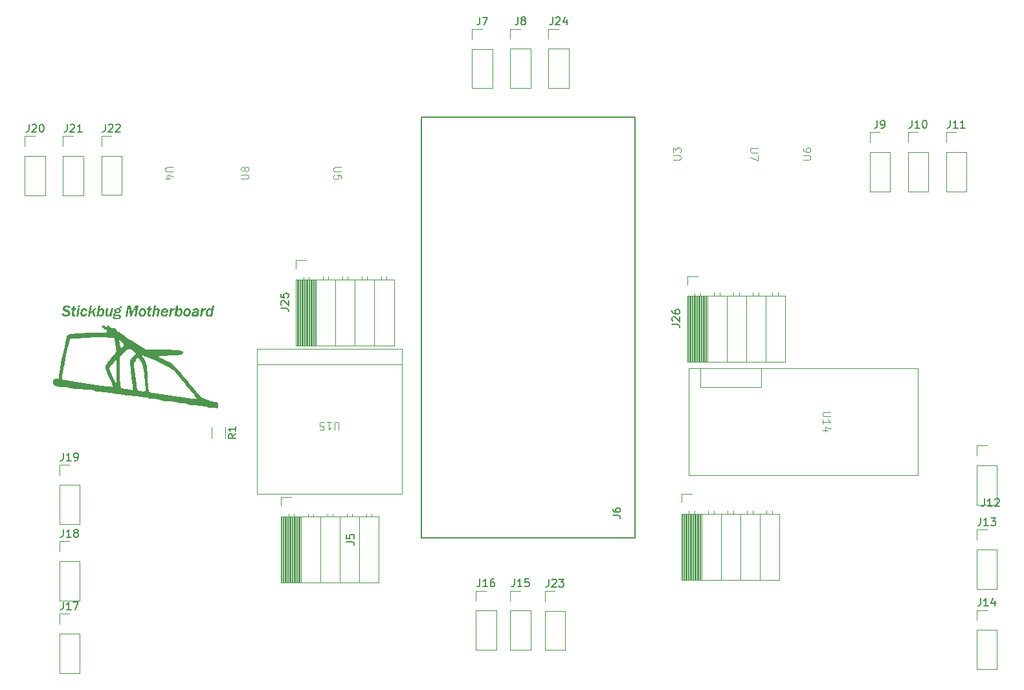
<source format=gbr>
%TF.GenerationSoftware,KiCad,Pcbnew,8.0.6*%
%TF.CreationDate,2024-11-02T11:22:20+01:00*%
%TF.ProjectId,Controller-BMU-Kombi,436f6e74-726f-46c6-9c65-722d424d552d,rev?*%
%TF.SameCoordinates,Original*%
%TF.FileFunction,Legend,Top*%
%TF.FilePolarity,Positive*%
%FSLAX46Y46*%
G04 Gerber Fmt 4.6, Leading zero omitted, Abs format (unit mm)*
G04 Created by KiCad (PCBNEW 8.0.6) date 2024-11-02 11:22:20*
%MOMM*%
%LPD*%
G01*
G04 APERTURE LIST*
%ADD10C,0.000000*%
%ADD11C,0.300000*%
%ADD12C,0.150000*%
%ADD13C,0.100000*%
%ADD14C,0.120000*%
%ADD15C,0.127000*%
G04 APERTURE END LIST*
D10*
G36*
X88021014Y-77865234D02*
G01*
X88026460Y-77866988D01*
X88032396Y-77869774D01*
X88038847Y-77873603D01*
X88045839Y-77878484D01*
X88053397Y-77884427D01*
X88061546Y-77891442D01*
X88079718Y-77908725D01*
X88100557Y-77930411D01*
X88124263Y-77956578D01*
X88151039Y-77987302D01*
X88181087Y-78022662D01*
X88203628Y-78048068D01*
X88227471Y-78072623D01*
X88252431Y-78096215D01*
X88278321Y-78118739D01*
X88304955Y-78140084D01*
X88332147Y-78160142D01*
X88359712Y-78178805D01*
X88387462Y-78195964D01*
X88415212Y-78211511D01*
X88442777Y-78225337D01*
X88469969Y-78237334D01*
X88496603Y-78247392D01*
X88522493Y-78255405D01*
X88547452Y-78261262D01*
X88571296Y-78264857D01*
X88593837Y-78266079D01*
X88624281Y-78266417D01*
X88654084Y-78267425D01*
X88683224Y-78269087D01*
X88711680Y-78271391D01*
X88739431Y-78274323D01*
X88766454Y-78277869D01*
X88792730Y-78282015D01*
X88818237Y-78286749D01*
X88842952Y-78292057D01*
X88866856Y-78297924D01*
X88889927Y-78304338D01*
X88912143Y-78311285D01*
X88933483Y-78318751D01*
X88953926Y-78326723D01*
X88973450Y-78335188D01*
X88992035Y-78344131D01*
X89009658Y-78353539D01*
X89026299Y-78363398D01*
X89041936Y-78373696D01*
X89056547Y-78384418D01*
X89070113Y-78395550D01*
X89082610Y-78407080D01*
X89094019Y-78418994D01*
X89104317Y-78431278D01*
X89113484Y-78443918D01*
X89121497Y-78456902D01*
X89128336Y-78470214D01*
X89133979Y-78483843D01*
X89138406Y-78497774D01*
X89141594Y-78511994D01*
X89143522Y-78526489D01*
X89144170Y-78541245D01*
X89144324Y-78549119D01*
X89144782Y-78556862D01*
X89145539Y-78564465D01*
X89146588Y-78571920D01*
X89147925Y-78579221D01*
X89149542Y-78586359D01*
X89151434Y-78593326D01*
X89153596Y-78600115D01*
X89156021Y-78606718D01*
X89158704Y-78613127D01*
X89161639Y-78619335D01*
X89164820Y-78625333D01*
X89168241Y-78631115D01*
X89171897Y-78636671D01*
X89175782Y-78641995D01*
X89179889Y-78647079D01*
X89184213Y-78651914D01*
X89188749Y-78656494D01*
X89193490Y-78660810D01*
X89198430Y-78664855D01*
X89203565Y-78668621D01*
X89208887Y-78672100D01*
X89214392Y-78675285D01*
X89220073Y-78678167D01*
X89225924Y-78680739D01*
X89231940Y-78682994D01*
X89238115Y-78684923D01*
X89244443Y-78686518D01*
X89250919Y-78687773D01*
X89257536Y-78688678D01*
X89264288Y-78689227D01*
X89271171Y-78689412D01*
X89286110Y-78691851D01*
X89306848Y-78699003D01*
X89332981Y-78710620D01*
X89364106Y-78726454D01*
X89439718Y-78769779D01*
X89530462Y-78826995D01*
X89633112Y-78896118D01*
X89744444Y-78975162D01*
X89861232Y-79062144D01*
X89980254Y-79155079D01*
X90124865Y-79262442D01*
X90307675Y-79390888D01*
X90521244Y-79535706D01*
X90758129Y-79692182D01*
X91272082Y-80021258D01*
X91790004Y-80340412D01*
X93007086Y-81070662D01*
X95123754Y-81102411D01*
X95536610Y-81106925D01*
X95907437Y-81112726D01*
X96238360Y-81120108D01*
X96531502Y-81129366D01*
X96664570Y-81134791D01*
X96788988Y-81140794D01*
X96905023Y-81147415D01*
X97012941Y-81154688D01*
X97113006Y-81162651D01*
X97205485Y-81171340D01*
X97290642Y-81180794D01*
X97368743Y-81191047D01*
X97440055Y-81202138D01*
X97504841Y-81214103D01*
X97563368Y-81226978D01*
X97615901Y-81240801D01*
X97662706Y-81255609D01*
X97704048Y-81271438D01*
X97740193Y-81288325D01*
X97771406Y-81306306D01*
X97785246Y-81315719D01*
X97797953Y-81325420D01*
X97809559Y-81335413D01*
X97820098Y-81345702D01*
X97829604Y-81356293D01*
X97838108Y-81367189D01*
X97845646Y-81378397D01*
X97852249Y-81389919D01*
X97857950Y-81401761D01*
X97862784Y-81413928D01*
X97869981Y-81439252D01*
X97874105Y-81465929D01*
X97875420Y-81493995D01*
X97871002Y-81543274D01*
X97856941Y-81588088D01*
X97832028Y-81628685D01*
X97795053Y-81665313D01*
X97744808Y-81698220D01*
X97680083Y-81727655D01*
X97599670Y-81753866D01*
X97502358Y-81777099D01*
X97386938Y-81797605D01*
X97252202Y-81815629D01*
X97096941Y-81831422D01*
X96919944Y-81845229D01*
X96495907Y-81867884D01*
X95970420Y-81885578D01*
X95703914Y-81894488D01*
X95455640Y-81905257D01*
X95230931Y-81917763D01*
X95035118Y-81931881D01*
X94949715Y-81939505D01*
X94873536Y-81947487D01*
X94807248Y-81955809D01*
X94751518Y-81964457D01*
X94707011Y-81973415D01*
X94674396Y-81982668D01*
X94662755Y-81987400D01*
X94654337Y-81992200D01*
X94649226Y-81997065D01*
X94647503Y-82001995D01*
X94647873Y-82006086D01*
X94648971Y-82010416D01*
X94653291Y-82019751D01*
X94660340Y-82029923D01*
X94669993Y-82040856D01*
X94682126Y-82052470D01*
X94696616Y-82064689D01*
X94713339Y-82077435D01*
X94732170Y-82090631D01*
X94752985Y-82104198D01*
X94775661Y-82118061D01*
X94800073Y-82132140D01*
X94826097Y-82146359D01*
X94853609Y-82160639D01*
X94882486Y-82174905D01*
X94912603Y-82189077D01*
X94943837Y-82203079D01*
X95190574Y-82303623D01*
X95416552Y-82400214D01*
X95624330Y-82494851D01*
X95816466Y-82589536D01*
X95995517Y-82686266D01*
X96164042Y-82787043D01*
X96324598Y-82893866D01*
X96479743Y-83008735D01*
X96632036Y-83133650D01*
X96784035Y-83270610D01*
X96938297Y-83421617D01*
X97097380Y-83588669D01*
X97263843Y-83773766D01*
X97440243Y-83978908D01*
X97629139Y-84206096D01*
X97833087Y-84457329D01*
X98106270Y-84797318D01*
X98351671Y-85097620D01*
X98541509Y-85326484D01*
X98648004Y-85452161D01*
X98745238Y-85566594D01*
X98909941Y-85764370D01*
X99118301Y-86017709D01*
X99346505Y-86298829D01*
X99468179Y-86447288D01*
X99587172Y-86587080D01*
X99703529Y-86718222D01*
X99817297Y-86840729D01*
X99928523Y-86954616D01*
X100037253Y-87059899D01*
X100143533Y-87156593D01*
X100247410Y-87244714D01*
X100348931Y-87324278D01*
X100448142Y-87395300D01*
X100545089Y-87457794D01*
X100639820Y-87511778D01*
X100732380Y-87557266D01*
X100822817Y-87594275D01*
X100911176Y-87622818D01*
X100997504Y-87642912D01*
X101028975Y-87651090D01*
X101059763Y-87659717D01*
X101089684Y-87668748D01*
X101118551Y-87678135D01*
X101146177Y-87687832D01*
X101172377Y-87697792D01*
X101196965Y-87707970D01*
X101219754Y-87718318D01*
X101240559Y-87728790D01*
X101259193Y-87739340D01*
X101267639Y-87744629D01*
X101275471Y-87749921D01*
X101282669Y-87755208D01*
X101289207Y-87760486D01*
X101295063Y-87765748D01*
X101300214Y-87770989D01*
X101304636Y-87776203D01*
X101308307Y-87781384D01*
X101311202Y-87786526D01*
X101313299Y-87791623D01*
X101314574Y-87796670D01*
X101315004Y-87801661D01*
X101315465Y-87806590D01*
X101316833Y-87811452D01*
X101319085Y-87816239D01*
X101322197Y-87820947D01*
X101330910Y-87830102D01*
X101342785Y-87838869D01*
X101357637Y-87847202D01*
X101375279Y-87855054D01*
X101395526Y-87862379D01*
X101418192Y-87869131D01*
X101443089Y-87875262D01*
X101470033Y-87880727D01*
X101498838Y-87885478D01*
X101529317Y-87889470D01*
X101561284Y-87892656D01*
X101594553Y-87894989D01*
X101628939Y-87896423D01*
X101664255Y-87896912D01*
X101786883Y-87898085D01*
X101897170Y-87901831D01*
X101995676Y-87908492D01*
X102040685Y-87913023D01*
X102082957Y-87918409D01*
X102122563Y-87924695D01*
X102159573Y-87931923D01*
X102194055Y-87940135D01*
X102226080Y-87949374D01*
X102255718Y-87959683D01*
X102283038Y-87971104D01*
X102308110Y-87983680D01*
X102331004Y-87997454D01*
X102351789Y-88012467D01*
X102370536Y-88028764D01*
X102387314Y-88046387D01*
X102402193Y-88065377D01*
X102415243Y-88085778D01*
X102426533Y-88107633D01*
X102436133Y-88130984D01*
X102444113Y-88155873D01*
X102450543Y-88182343D01*
X102455492Y-88210438D01*
X102459030Y-88240199D01*
X102461228Y-88271669D01*
X102462154Y-88304891D01*
X102461879Y-88339908D01*
X102458003Y-88415495D01*
X102453655Y-88464993D01*
X102448516Y-88510353D01*
X102445635Y-88531504D01*
X102442540Y-88551650D01*
X102439223Y-88570800D01*
X102435680Y-88588963D01*
X102431904Y-88606149D01*
X102427890Y-88622369D01*
X102423631Y-88637631D01*
X102419123Y-88651946D01*
X102414359Y-88665323D01*
X102409333Y-88677771D01*
X102404040Y-88689301D01*
X102398473Y-88699923D01*
X102392627Y-88709644D01*
X102386497Y-88718477D01*
X102380076Y-88726430D01*
X102373358Y-88733512D01*
X102366338Y-88739734D01*
X102359010Y-88745106D01*
X102351368Y-88749636D01*
X102343406Y-88753335D01*
X102335119Y-88756213D01*
X102326500Y-88758278D01*
X102317544Y-88759541D01*
X102308245Y-88760012D01*
X102298597Y-88759700D01*
X102288595Y-88758614D01*
X102278232Y-88756765D01*
X102267503Y-88754162D01*
X102226286Y-88746742D01*
X102167954Y-88740437D01*
X102095235Y-88735373D01*
X102010858Y-88731672D01*
X101917551Y-88729461D01*
X101818043Y-88728861D01*
X101715062Y-88729998D01*
X101611337Y-88732995D01*
X101558542Y-88732626D01*
X101507468Y-88731528D01*
X101458347Y-88729716D01*
X101411411Y-88727208D01*
X101366895Y-88724016D01*
X101325029Y-88720159D01*
X101286047Y-88715650D01*
X101250181Y-88710506D01*
X101217663Y-88704741D01*
X101188727Y-88698372D01*
X101163604Y-88691414D01*
X101152546Y-88687718D01*
X101142528Y-88683882D01*
X101133580Y-88679906D01*
X101125730Y-88675792D01*
X101119009Y-88671542D01*
X101113444Y-88667159D01*
X101109066Y-88662644D01*
X101105902Y-88658000D01*
X101103983Y-88653227D01*
X101103336Y-88648329D01*
X101095768Y-88632332D01*
X101073054Y-88616103D01*
X101035178Y-88599658D01*
X100982124Y-88583010D01*
X100830423Y-88549172D01*
X100617827Y-88514715D01*
X100344210Y-88479761D01*
X100009451Y-88444435D01*
X99613423Y-88408860D01*
X99156004Y-88373162D01*
X99026503Y-88359830D01*
X98963388Y-88352163D01*
X98901838Y-88343892D01*
X98842212Y-88335063D01*
X98784864Y-88325723D01*
X98730151Y-88315917D01*
X98678431Y-88305693D01*
X98630059Y-88295097D01*
X98585392Y-88284175D01*
X98544787Y-88272974D01*
X98508601Y-88261541D01*
X98477190Y-88249921D01*
X98450910Y-88238163D01*
X98430118Y-88226311D01*
X98421891Y-88220364D01*
X98415171Y-88214412D01*
X98402456Y-88204503D01*
X98384392Y-88194672D01*
X98361337Y-88184995D01*
X98333646Y-88175551D01*
X98301676Y-88166418D01*
X98265785Y-88157671D01*
X98183660Y-88141652D01*
X98090126Y-88128112D01*
X97988034Y-88117673D01*
X97880236Y-88110955D01*
X97769586Y-88108578D01*
X97714202Y-88108090D01*
X97659392Y-88106656D01*
X97605480Y-88104323D01*
X97552794Y-88101137D01*
X97501657Y-88097145D01*
X97452397Y-88092393D01*
X97405338Y-88086929D01*
X97360805Y-88080797D01*
X97319126Y-88074046D01*
X97280624Y-88066721D01*
X97245626Y-88058869D01*
X97214458Y-88050536D01*
X97187444Y-88041769D01*
X97164911Y-88032615D01*
X97147183Y-88023119D01*
X97140223Y-88018258D01*
X97134587Y-88013329D01*
X97118051Y-88003296D01*
X97092584Y-87993092D01*
X97058685Y-87982796D01*
X97016847Y-87972484D01*
X96911345Y-87952123D01*
X96780045Y-87932631D01*
X96626918Y-87914627D01*
X96455931Y-87898731D01*
X96271053Y-87885564D01*
X96076253Y-87875746D01*
X95979484Y-87873035D01*
X95884017Y-87868945D01*
X95790410Y-87863583D01*
X95699222Y-87857059D01*
X95611010Y-87849481D01*
X95526333Y-87840957D01*
X95445749Y-87831596D01*
X95369816Y-87821506D01*
X95299091Y-87810796D01*
X95234134Y-87799574D01*
X95175502Y-87787950D01*
X95123753Y-87776031D01*
X95079446Y-87763926D01*
X95043138Y-87751743D01*
X95015388Y-87739591D01*
X95004897Y-87733561D01*
X94996754Y-87727579D01*
X94979493Y-87714627D01*
X94955775Y-87701604D01*
X94890673Y-87675551D01*
X94804859Y-87649839D01*
X94701743Y-87624887D01*
X94584738Y-87601113D01*
X94457252Y-87578936D01*
X94184483Y-87541047D01*
X93910722Y-87514568D01*
X93781996Y-87506654D01*
X93663254Y-87502848D01*
X93557906Y-87503569D01*
X93469364Y-87509235D01*
X93401037Y-87520266D01*
X93375521Y-87527923D01*
X93356337Y-87537079D01*
X93343188Y-87544394D01*
X93331512Y-87550453D01*
X93321292Y-87555241D01*
X93312515Y-87558742D01*
X93308662Y-87560005D01*
X93305164Y-87560941D01*
X93302019Y-87561547D01*
X93299224Y-87561822D01*
X93296778Y-87561763D01*
X93294679Y-87561370D01*
X93292925Y-87560639D01*
X93291514Y-87559569D01*
X93290444Y-87558157D01*
X93289713Y-87556403D01*
X93289319Y-87554304D01*
X93289261Y-87551858D01*
X93289536Y-87549064D01*
X93290142Y-87545918D01*
X93291078Y-87542420D01*
X93292341Y-87538567D01*
X93295842Y-87529790D01*
X93300630Y-87519570D01*
X93306689Y-87507894D01*
X93314003Y-87494745D01*
X93317756Y-87487862D01*
X93321081Y-87481110D01*
X93323983Y-87474493D01*
X93326468Y-87468018D01*
X93328542Y-87461690D01*
X93330212Y-87455515D01*
X93331482Y-87449499D01*
X93332359Y-87443648D01*
X93332848Y-87437967D01*
X93332956Y-87432462D01*
X93332688Y-87427140D01*
X93332049Y-87422006D01*
X93331046Y-87417065D01*
X93329685Y-87412324D01*
X93327971Y-87407788D01*
X93325910Y-87403464D01*
X93323508Y-87399357D01*
X93320771Y-87395472D01*
X93317704Y-87391816D01*
X93314314Y-87388395D01*
X93310606Y-87385214D01*
X93306585Y-87382279D01*
X93302259Y-87379596D01*
X93297632Y-87377171D01*
X93292711Y-87375009D01*
X93287501Y-87373117D01*
X93282008Y-87371500D01*
X93276238Y-87370163D01*
X93270197Y-87369114D01*
X93263890Y-87368357D01*
X93257324Y-87367899D01*
X93250503Y-87367745D01*
X93093738Y-87354847D01*
X92766316Y-87320120D01*
X91790004Y-87208995D01*
X90701243Y-87083318D01*
X89937920Y-86997329D01*
X89664077Y-86962768D01*
X89302920Y-86911339D01*
X88902077Y-86849989D01*
X88509170Y-86785662D01*
X88315693Y-86754532D01*
X88112295Y-86725138D01*
X87904928Y-86698225D01*
X87699545Y-86674537D01*
X87502100Y-86654817D01*
X87318545Y-86639811D01*
X87154834Y-86630261D01*
X87016920Y-86626912D01*
X86957332Y-86626184D01*
X86897899Y-86624060D01*
X86839024Y-86620634D01*
X86781110Y-86615998D01*
X86724561Y-86610247D01*
X86669779Y-86603472D01*
X86617167Y-86595767D01*
X86567129Y-86587225D01*
X86520067Y-86577939D01*
X86476385Y-86568001D01*
X86436485Y-86557506D01*
X86400772Y-86546545D01*
X86369647Y-86535213D01*
X86343514Y-86523601D01*
X86322777Y-86511803D01*
X86314557Y-86505864D01*
X86307837Y-86499913D01*
X86280363Y-86475322D01*
X86248285Y-86453011D01*
X86209727Y-86432777D01*
X86162812Y-86414419D01*
X86105666Y-86397735D01*
X86036411Y-86382524D01*
X85854076Y-86355714D01*
X85600800Y-86332377D01*
X85261575Y-86310900D01*
X84265253Y-86267079D01*
X84055778Y-86256785D01*
X83851511Y-86242274D01*
X83657663Y-86224290D01*
X83479441Y-86203579D01*
X83322055Y-86180882D01*
X83252804Y-86169022D01*
X83190714Y-86156946D01*
X83136439Y-86144745D01*
X83090627Y-86132513D01*
X83053932Y-86120343D01*
X83027003Y-86108328D01*
X83002514Y-86096557D01*
X82972971Y-86085095D01*
X82938776Y-86074005D01*
X82900334Y-86063349D01*
X82812319Y-86043588D01*
X82712149Y-86026308D01*
X82603050Y-86012004D01*
X82488246Y-86001173D01*
X82370961Y-85994310D01*
X82254420Y-85991912D01*
X82137528Y-85989494D01*
X82011830Y-85982486D01*
X81881420Y-85971262D01*
X81750389Y-85956193D01*
X81622831Y-85937652D01*
X81502838Y-85916010D01*
X81446958Y-85904142D01*
X81394504Y-85891639D01*
X81345987Y-85878547D01*
X81301920Y-85864913D01*
X81232754Y-85845715D01*
X81171757Y-85827416D01*
X81118420Y-85809427D01*
X81072229Y-85791160D01*
X81051653Y-85781737D01*
X81032673Y-85772024D01*
X81015223Y-85761946D01*
X80999241Y-85751431D01*
X80984661Y-85740404D01*
X80971421Y-85728791D01*
X80959455Y-85716520D01*
X80948701Y-85703516D01*
X80939094Y-85689706D01*
X80930571Y-85675017D01*
X80923066Y-85659374D01*
X80916517Y-85642704D01*
X80910860Y-85624933D01*
X80906029Y-85605987D01*
X80901963Y-85585794D01*
X80898596Y-85564279D01*
X80893705Y-85516990D01*
X80890844Y-85463531D01*
X80889503Y-85403313D01*
X80889170Y-85335746D01*
X80889377Y-85266698D01*
X80890328Y-85206038D01*
X80892519Y-85153222D01*
X80896446Y-85107708D01*
X80899216Y-85087519D01*
X80902606Y-85068953D01*
X80906678Y-85051941D01*
X80911494Y-85036415D01*
X80917117Y-85022308D01*
X80923607Y-85009551D01*
X80931028Y-84998077D01*
X80939441Y-84987818D01*
X80948908Y-84978707D01*
X80959491Y-84970675D01*
X80971253Y-84963654D01*
X80984255Y-84957577D01*
X80998559Y-84952376D01*
X81014227Y-84947983D01*
X81031322Y-84944331D01*
X81049904Y-84941351D01*
X81091783Y-84937137D01*
X81140359Y-84934798D01*
X81196128Y-84933793D01*
X81259587Y-84933579D01*
X81317813Y-84933165D01*
X81369699Y-84931760D01*
X81415600Y-84929114D01*
X81436419Y-84927248D01*
X81455874Y-84924980D01*
X81474013Y-84922277D01*
X81490877Y-84919109D01*
X81506514Y-84915445D01*
X81520966Y-84911254D01*
X81534279Y-84906505D01*
X81546497Y-84901167D01*
X81557664Y-84895209D01*
X81567826Y-84888599D01*
X81577027Y-84881308D01*
X81585311Y-84873303D01*
X81592723Y-84864554D01*
X81599308Y-84855030D01*
X81605109Y-84844700D01*
X81610173Y-84833533D01*
X81613475Y-84824438D01*
X82034816Y-84824438D01*
X82035246Y-84860831D01*
X82037017Y-84892713D01*
X82040106Y-84920223D01*
X82044490Y-84943500D01*
X82050144Y-84962685D01*
X82057047Y-84977917D01*
X82065174Y-84989335D01*
X82074503Y-84997078D01*
X82177236Y-85029014D01*
X82418131Y-85077942D01*
X83339212Y-85231234D01*
X84887355Y-85465887D01*
X87112170Y-85790829D01*
X87418653Y-85835870D01*
X87706656Y-85875330D01*
X87969606Y-85908589D01*
X88200931Y-85935027D01*
X88394056Y-85954023D01*
X88542408Y-85964958D01*
X88597741Y-85967208D01*
X88639415Y-85967211D01*
X88666610Y-85964888D01*
X88674520Y-85962830D01*
X88678503Y-85960162D01*
X88682133Y-85949576D01*
X88681252Y-85930045D01*
X88676062Y-85902049D01*
X88666762Y-85866070D01*
X88636645Y-85772081D01*
X88592514Y-85651923D01*
X88535980Y-85509441D01*
X88468656Y-85348479D01*
X88392154Y-85172882D01*
X88308086Y-84986496D01*
X88219555Y-84799158D01*
X88137596Y-84620874D01*
X88063823Y-84455737D01*
X87999847Y-84307839D01*
X87947282Y-84181273D01*
X87907739Y-84080132D01*
X87893355Y-84040375D01*
X87882831Y-84008508D01*
X87876369Y-83985045D01*
X87874170Y-83970495D01*
X87873560Y-83959610D01*
X87871772Y-83946910D01*
X87868868Y-83932567D01*
X87864909Y-83916752D01*
X87859959Y-83899634D01*
X87854078Y-83881384D01*
X87839774Y-83842172D01*
X87822494Y-83800480D01*
X87802733Y-83757671D01*
X87792077Y-83736274D01*
X87780987Y-83715110D01*
X87769526Y-83694349D01*
X87757754Y-83674162D01*
X87724440Y-83616016D01*
X87700103Y-83556257D01*
X87694516Y-83536578D01*
X88191670Y-83536578D01*
X88194109Y-83551611D01*
X88201261Y-83576473D01*
X88228712Y-83653326D01*
X88272037Y-83762425D01*
X88329253Y-83899058D01*
X88477420Y-84236071D01*
X88657337Y-84626662D01*
X89133587Y-85621496D01*
X89133587Y-84113040D01*
X89582056Y-84113040D01*
X89584950Y-84422396D01*
X89591316Y-84716620D01*
X89600659Y-84987033D01*
X89612483Y-85224951D01*
X89626291Y-85421694D01*
X89641587Y-85568579D01*
X89726254Y-86150662D01*
X90498837Y-86267079D01*
X91260837Y-86383495D01*
X91260837Y-85949579D01*
X91258915Y-85852407D01*
X91253396Y-85745684D01*
X91244652Y-85632761D01*
X91233056Y-85516985D01*
X91218979Y-85401705D01*
X91202794Y-85290270D01*
X91184872Y-85186028D01*
X91165587Y-85092329D01*
X91144854Y-84985669D01*
X91122758Y-84844282D01*
X91099917Y-84674122D01*
X91076952Y-84481141D01*
X91033130Y-84050532D01*
X90996253Y-83600079D01*
X90958609Y-82966402D01*
X91446686Y-82966402D01*
X91467046Y-83324250D01*
X91514940Y-83825967D01*
X91582305Y-84407058D01*
X91661081Y-85003032D01*
X91743205Y-85549397D01*
X91820616Y-85981660D01*
X91855035Y-86134849D01*
X91885253Y-86235329D01*
X91901325Y-86274937D01*
X91918078Y-86310591D01*
X91935948Y-86342555D01*
X91955368Y-86371093D01*
X91976773Y-86396469D01*
X92000596Y-86418946D01*
X92027271Y-86438787D01*
X92057233Y-86456256D01*
X92090916Y-86471617D01*
X92128753Y-86485133D01*
X92171180Y-86497067D01*
X92218629Y-86507684D01*
X92271535Y-86517247D01*
X92330333Y-86526019D01*
X92395455Y-86534264D01*
X92467337Y-86542245D01*
X92547800Y-86547539D01*
X92618915Y-86551361D01*
X92681255Y-86553477D01*
X92735393Y-86553655D01*
X92759567Y-86552945D01*
X92781905Y-86551663D01*
X92802479Y-86549781D01*
X92821362Y-86547268D01*
X92838625Y-86544097D01*
X92854339Y-86540238D01*
X92868577Y-86535661D01*
X92881410Y-86530339D01*
X92892910Y-86524242D01*
X92903148Y-86517340D01*
X92912196Y-86509605D01*
X92920126Y-86501008D01*
X92927010Y-86491519D01*
X92932918Y-86481110D01*
X92937924Y-86469751D01*
X92942099Y-86457413D01*
X92945513Y-86444068D01*
X92948240Y-86429686D01*
X92950351Y-86414239D01*
X92951917Y-86397696D01*
X92953702Y-86361210D01*
X92954170Y-86319995D01*
X92943959Y-86031352D01*
X92916136Y-85636048D01*
X92874919Y-85173275D01*
X92824524Y-84682225D01*
X92769169Y-84202089D01*
X92713069Y-83772058D01*
X92660442Y-83431324D01*
X92636748Y-83306691D01*
X92615504Y-83219079D01*
X92602267Y-83176226D01*
X92586503Y-83131249D01*
X92568414Y-83084505D01*
X92548201Y-83036351D01*
X92526065Y-82987142D01*
X92502209Y-82937235D01*
X92476833Y-82886988D01*
X92450139Y-82836756D01*
X92422330Y-82786896D01*
X92393605Y-82737764D01*
X92364168Y-82689718D01*
X92334219Y-82643114D01*
X92303959Y-82598308D01*
X92273592Y-82555657D01*
X92243317Y-82515517D01*
X92213337Y-82478245D01*
X91927587Y-82139579D01*
X91726504Y-82457078D01*
X91706441Y-82488676D01*
X91686052Y-82519855D01*
X91665508Y-82550445D01*
X91644979Y-82580275D01*
X91604651Y-82636975D01*
X91566431Y-82688589D01*
X91531684Y-82733754D01*
X91501773Y-82771106D01*
X91478064Y-82799280D01*
X91461920Y-82816912D01*
X91454334Y-82831224D01*
X91449350Y-82861581D01*
X91446686Y-82966402D01*
X90958609Y-82966402D01*
X90932753Y-82531162D01*
X91292588Y-82054911D01*
X91373184Y-81948985D01*
X92531237Y-81948985D01*
X92531308Y-81959464D01*
X92532160Y-81970245D01*
X92533787Y-81981274D01*
X92536183Y-81992497D01*
X92539342Y-82003859D01*
X92543260Y-82015307D01*
X92547929Y-82026786D01*
X92553344Y-82038241D01*
X92559500Y-82049619D01*
X92566390Y-82060865D01*
X92574009Y-82071925D01*
X92582350Y-82082745D01*
X92591409Y-82093270D01*
X92601179Y-82103446D01*
X92611654Y-82113220D01*
X92622829Y-82122536D01*
X92634697Y-82131340D01*
X92647253Y-82139579D01*
X92708787Y-82184031D01*
X92766461Y-82242187D01*
X92820383Y-82314359D01*
X92870661Y-82400855D01*
X92917405Y-82501986D01*
X92960723Y-82618061D01*
X93000723Y-82749392D01*
X93037514Y-82896287D01*
X93071204Y-83059057D01*
X93101903Y-83238013D01*
X93129717Y-83433464D01*
X93154757Y-83645719D01*
X93196946Y-84121887D01*
X93229336Y-84668995D01*
X93246142Y-84994185D01*
X93264559Y-85305980D01*
X93284217Y-85596939D01*
X93304743Y-85859620D01*
X93325765Y-86086583D01*
X93346911Y-86270386D01*
X93357414Y-86343777D01*
X93367809Y-86403587D01*
X93378049Y-86448886D01*
X93388087Y-86478745D01*
X93399148Y-86509394D01*
X93412581Y-86537904D01*
X93428526Y-86564368D01*
X93447122Y-86588878D01*
X93468508Y-86611528D01*
X93492824Y-86632410D01*
X93520210Y-86651618D01*
X93550805Y-86669245D01*
X93584749Y-86685384D01*
X93622181Y-86700127D01*
X93663240Y-86713568D01*
X93708067Y-86725800D01*
X93756801Y-86736916D01*
X93809580Y-86747008D01*
X93866546Y-86756170D01*
X93927837Y-86764495D01*
X96195316Y-87080673D01*
X98510420Y-87420662D01*
X98948244Y-87486477D01*
X99123011Y-87512006D01*
X99270601Y-87532449D01*
X99392705Y-87547683D01*
X99444727Y-87553308D01*
X99491012Y-87557584D01*
X99531769Y-87560496D01*
X99567211Y-87562028D01*
X99597549Y-87562165D01*
X99622993Y-87560891D01*
X99643756Y-87558191D01*
X99652447Y-87556301D01*
X99660048Y-87554049D01*
X99666583Y-87551433D01*
X99672080Y-87548450D01*
X99676565Y-87545099D01*
X99680065Y-87541378D01*
X99682605Y-87537285D01*
X99684212Y-87532818D01*
X99684913Y-87527975D01*
X99684733Y-87522754D01*
X99683701Y-87517153D01*
X99681840Y-87511170D01*
X99675744Y-87498052D01*
X99666656Y-87483384D01*
X99654787Y-87467150D01*
X99640348Y-87449334D01*
X99623551Y-87429922D01*
X99583726Y-87386245D01*
X99537003Y-87335994D01*
X99513459Y-87309859D01*
X99490536Y-87283182D01*
X99468356Y-87256163D01*
X99447045Y-87229004D01*
X99426726Y-87201908D01*
X99407523Y-87175075D01*
X99389560Y-87148707D01*
X99372962Y-87123006D01*
X99357852Y-87098173D01*
X99344354Y-87074409D01*
X99332592Y-87051917D01*
X99322691Y-87030898D01*
X99314774Y-87011553D01*
X99308966Y-86994083D01*
X99305390Y-86978691D01*
X99304478Y-86971837D01*
X99304171Y-86965578D01*
X99304078Y-86958696D01*
X99303804Y-86951944D01*
X99303351Y-86945327D01*
X99302724Y-86938851D01*
X99301926Y-86932523D01*
X99300961Y-86926348D01*
X99299834Y-86920332D01*
X99298548Y-86914481D01*
X99297107Y-86908800D01*
X99295515Y-86903295D01*
X99293775Y-86897973D01*
X99291892Y-86892839D01*
X99289870Y-86887898D01*
X99287711Y-86883157D01*
X99285421Y-86878622D01*
X99283004Y-86874297D01*
X99280462Y-86870190D01*
X99277800Y-86866306D01*
X99275022Y-86862650D01*
X99272131Y-86859229D01*
X99269132Y-86856048D01*
X99266028Y-86853113D01*
X99262823Y-86850430D01*
X99259522Y-86848004D01*
X99256127Y-86845843D01*
X99252644Y-86843950D01*
X99249075Y-86842333D01*
X99245425Y-86840997D01*
X99241697Y-86839948D01*
X99237895Y-86839191D01*
X99234024Y-86838733D01*
X99230087Y-86838579D01*
X99216631Y-86833817D01*
X99196353Y-86819831D01*
X99169626Y-86797070D01*
X99136822Y-86765984D01*
X99054470Y-86680635D01*
X98952275Y-86567381D01*
X98833212Y-86429818D01*
X98700259Y-86271543D01*
X98556392Y-86096153D01*
X98404587Y-85907245D01*
X98253898Y-85717985D01*
X98105938Y-85534182D01*
X97964428Y-85360301D01*
X97833087Y-85200807D01*
X97715637Y-85060165D01*
X97615798Y-84942839D01*
X97537291Y-84853294D01*
X97483837Y-84795995D01*
X97464257Y-84776048D01*
X97445266Y-84755977D01*
X97426957Y-84735906D01*
X97409423Y-84715958D01*
X97392757Y-84696259D01*
X97377053Y-84676932D01*
X97362403Y-84658102D01*
X97348900Y-84639891D01*
X97336637Y-84622424D01*
X97325707Y-84605826D01*
X97316204Y-84590219D01*
X97308220Y-84575729D01*
X97301848Y-84562479D01*
X97297182Y-84550594D01*
X97295517Y-84545201D01*
X97294314Y-84540197D01*
X97293583Y-84535595D01*
X97293337Y-84531412D01*
X97291138Y-84521286D01*
X97284676Y-84506959D01*
X97274152Y-84488694D01*
X97259768Y-84466754D01*
X97220225Y-84412908D01*
X97167660Y-84347527D01*
X97103684Y-84272720D01*
X97029911Y-84190596D01*
X96947953Y-84103262D01*
X96859421Y-84012829D01*
X96758267Y-83919491D01*
X96620696Y-83811828D01*
X96451469Y-83692383D01*
X96255344Y-83563698D01*
X95801439Y-83288780D01*
X95297056Y-83007412D01*
X94780271Y-82739935D01*
X94289159Y-82506688D01*
X94065128Y-82409257D01*
X93861794Y-82328011D01*
X93683916Y-82265493D01*
X93536253Y-82224245D01*
X93471141Y-82206964D01*
X93404293Y-82187203D01*
X93337940Y-82165458D01*
X93305648Y-82153996D01*
X93274316Y-82142224D01*
X93244225Y-82130204D01*
X93215653Y-82117998D01*
X93188879Y-82105668D01*
X93164183Y-82093276D01*
X93141843Y-82080884D01*
X93122139Y-82068554D01*
X93105349Y-82056348D01*
X93091753Y-82044328D01*
X93084841Y-82039492D01*
X93078000Y-82034908D01*
X93071240Y-82030579D01*
X93064572Y-82026510D01*
X93058004Y-82022705D01*
X93051546Y-82019167D01*
X93045209Y-82015900D01*
X93039002Y-82012909D01*
X93032934Y-82010197D01*
X93027016Y-82007767D01*
X93021256Y-82005625D01*
X93015665Y-82003773D01*
X93010252Y-82002215D01*
X93005027Y-82000956D01*
X93000000Y-82000000D01*
X92995180Y-81999349D01*
X92990578Y-81999009D01*
X92986202Y-81998982D01*
X92982062Y-81999274D01*
X92978169Y-81999887D01*
X92974531Y-82000825D01*
X92971159Y-82002093D01*
X92968062Y-82003695D01*
X92965250Y-82005633D01*
X92962732Y-82007913D01*
X92960519Y-82010537D01*
X92958619Y-82013511D01*
X92957043Y-82016837D01*
X92955801Y-82020519D01*
X92954901Y-82024562D01*
X92954355Y-82028970D01*
X92954170Y-82033745D01*
X92954016Y-82037558D01*
X92953558Y-82041060D01*
X92952801Y-82044247D01*
X92951752Y-82047119D01*
X92950416Y-82049673D01*
X92948798Y-82051907D01*
X92946906Y-82053819D01*
X92944744Y-82055408D01*
X92942319Y-82056671D01*
X92939636Y-82057607D01*
X92936701Y-82058213D01*
X92933520Y-82058488D01*
X92930099Y-82058430D01*
X92926443Y-82058036D01*
X92922559Y-82057305D01*
X92918452Y-82056235D01*
X92909592Y-82053070D01*
X92899910Y-82048525D01*
X92889453Y-82042585D01*
X92878268Y-82035234D01*
X92866401Y-82026456D01*
X92853898Y-82016237D01*
X92840805Y-82004561D01*
X92827170Y-81991412D01*
X92813050Y-81977777D01*
X92798541Y-81964685D01*
X92783754Y-81952182D01*
X92768796Y-81940314D01*
X92753776Y-81929129D01*
X92738803Y-81918672D01*
X92723985Y-81908991D01*
X92709430Y-81900131D01*
X92695248Y-81892139D01*
X92681546Y-81885062D01*
X92668433Y-81878946D01*
X92656018Y-81873838D01*
X92644409Y-81869784D01*
X92633715Y-81866830D01*
X92624043Y-81865024D01*
X92619625Y-81864566D01*
X92615504Y-81864412D01*
X92604031Y-81864961D01*
X92593420Y-81866572D01*
X92583666Y-81869191D01*
X92574762Y-81872763D01*
X92566703Y-81877234D01*
X92559484Y-81882550D01*
X92553098Y-81888657D01*
X92547539Y-81895500D01*
X92542802Y-81903026D01*
X92538880Y-81911179D01*
X92535769Y-81919906D01*
X92533462Y-81929152D01*
X92531953Y-81938863D01*
X92531237Y-81948985D01*
X91373184Y-81948985D01*
X91663004Y-81568078D01*
X91377253Y-81292912D01*
X91299155Y-81222733D01*
X91260964Y-81191584D01*
X91223258Y-81163080D01*
X91185970Y-81137235D01*
X91149035Y-81114062D01*
X91112387Y-81093575D01*
X91075959Y-81075788D01*
X91039687Y-81060714D01*
X91003504Y-81048366D01*
X90967344Y-81038758D01*
X90931141Y-81031904D01*
X90894830Y-81027818D01*
X90858345Y-81026512D01*
X90821619Y-81028001D01*
X90784587Y-81032297D01*
X90747183Y-81039415D01*
X90709341Y-81049368D01*
X90670995Y-81062170D01*
X90632079Y-81077834D01*
X90592528Y-81096374D01*
X90552275Y-81117804D01*
X90511255Y-81142136D01*
X90469402Y-81169384D01*
X90426649Y-81199563D01*
X90382932Y-81232686D01*
X90292338Y-81307815D01*
X90197093Y-81394882D01*
X90096670Y-81493995D01*
X89620420Y-81980828D01*
X89588670Y-83483662D01*
X89583131Y-83797235D01*
X89582056Y-84113040D01*
X89133587Y-84113040D01*
X89133587Y-84002245D01*
X89136605Y-83680921D01*
X89137886Y-83380309D01*
X89136233Y-82868505D01*
X89133794Y-82670957D01*
X89130610Y-82521405D01*
X89126931Y-82426672D01*
X89124983Y-82401994D01*
X89123003Y-82393578D01*
X89112883Y-82398479D01*
X89098592Y-82408973D01*
X89058677Y-82445296D01*
X89005615Y-82499665D01*
X88941764Y-82569196D01*
X88791117Y-82742209D01*
X88625587Y-82941266D01*
X88464026Y-83143300D01*
X88325285Y-83325243D01*
X88270363Y-83401470D01*
X88228216Y-83464025D01*
X88201199Y-83510022D01*
X88194102Y-83525910D01*
X88191670Y-83536578D01*
X87694516Y-83536578D01*
X87691393Y-83525579D01*
X87685037Y-83494266D01*
X87681072Y-83462240D01*
X87679536Y-83429422D01*
X87680465Y-83395737D01*
X87683895Y-83361106D01*
X87698408Y-83288697D01*
X87723370Y-83211575D01*
X87759076Y-83129120D01*
X87805820Y-83040712D01*
X87863897Y-82945731D01*
X87933600Y-82843556D01*
X88015226Y-82733568D01*
X88109068Y-82615146D01*
X88215420Y-82487671D01*
X88334578Y-82350522D01*
X88466836Y-82203079D01*
X88679041Y-81967806D01*
X88766679Y-81868355D01*
X88842876Y-81779415D01*
X88908283Y-81699776D01*
X88963550Y-81628230D01*
X88987586Y-81595114D01*
X89009331Y-81563567D01*
X89028866Y-81533439D01*
X89046274Y-81504578D01*
X89061636Y-81476834D01*
X89075032Y-81450055D01*
X89086545Y-81424089D01*
X89096256Y-81398786D01*
X89104245Y-81373995D01*
X89110596Y-81349565D01*
X89115388Y-81325343D01*
X89118704Y-81301180D01*
X89120624Y-81276924D01*
X89121231Y-81252423D01*
X89120605Y-81227527D01*
X89118828Y-81202085D01*
X89115981Y-81175945D01*
X89112146Y-81148957D01*
X89101837Y-81091828D01*
X89085507Y-81010097D01*
X89068433Y-80910258D01*
X89033045Y-80671141D01*
X88997658Y-80404243D01*
X88964254Y-80139328D01*
X88944718Y-79916624D01*
X89531751Y-79916624D01*
X89532384Y-79942875D01*
X89537077Y-80007037D01*
X89546234Y-80085089D01*
X89559732Y-80175047D01*
X89577447Y-80274928D01*
X89599254Y-80382745D01*
X89614674Y-80465167D01*
X89629350Y-80538085D01*
X89643530Y-80601918D01*
X89650511Y-80630559D01*
X89657462Y-80657085D01*
X89664412Y-80681550D01*
X89671394Y-80704005D01*
X89678437Y-80724503D01*
X89685574Y-80743095D01*
X89692834Y-80759836D01*
X89700250Y-80774776D01*
X89707851Y-80787968D01*
X89715670Y-80799464D01*
X89723737Y-80809317D01*
X89732083Y-80817579D01*
X89740738Y-80824303D01*
X89749735Y-80829540D01*
X89759104Y-80833343D01*
X89768876Y-80835764D01*
X89779082Y-80836856D01*
X89789753Y-80836671D01*
X89800921Y-80835261D01*
X89812615Y-80832679D01*
X89824868Y-80828977D01*
X89837709Y-80824207D01*
X89851171Y-80818421D01*
X89865284Y-80811673D01*
X89895587Y-80795495D01*
X89920516Y-80782137D01*
X89943713Y-80767882D01*
X89965181Y-80752763D01*
X89984925Y-80736812D01*
X90002948Y-80720062D01*
X90019254Y-80702547D01*
X90033846Y-80684300D01*
X90046730Y-80665353D01*
X90057908Y-80645740D01*
X90067385Y-80625493D01*
X90075164Y-80604645D01*
X90081250Y-80583229D01*
X90085646Y-80561278D01*
X90088355Y-80538826D01*
X90089383Y-80515905D01*
X90088733Y-80492547D01*
X90086408Y-80468787D01*
X90082413Y-80444656D01*
X90076751Y-80420188D01*
X90069426Y-80395416D01*
X90060443Y-80370373D01*
X90049805Y-80345091D01*
X90037516Y-80319604D01*
X90023579Y-80293944D01*
X90007999Y-80268145D01*
X89990780Y-80242239D01*
X89971925Y-80216260D01*
X89951439Y-80190240D01*
X89929325Y-80164212D01*
X89905586Y-80138210D01*
X89880228Y-80112265D01*
X89853254Y-80086412D01*
X89827483Y-80062868D01*
X89801867Y-80039944D01*
X89776561Y-80017765D01*
X89751720Y-79996454D01*
X89727499Y-79976135D01*
X89704053Y-79956932D01*
X89681538Y-79938969D01*
X89660108Y-79922370D01*
X89639918Y-79907260D01*
X89621123Y-79893762D01*
X89603878Y-79882001D01*
X89588339Y-79872099D01*
X89574661Y-79864183D01*
X89562997Y-79858374D01*
X89557970Y-79856299D01*
X89553504Y-79854798D01*
X89549620Y-79853886D01*
X89546337Y-79853579D01*
X89543515Y-79854256D01*
X89541001Y-79856266D01*
X89536890Y-79864162D01*
X89533989Y-79877019D01*
X89532281Y-79894589D01*
X89531751Y-79916624D01*
X88944718Y-79916624D01*
X88911337Y-79536079D01*
X88413920Y-79525496D01*
X88176126Y-79522023D01*
X87884753Y-79513589D01*
X87292087Y-79493745D01*
X86947612Y-79486738D01*
X86419458Y-79495233D01*
X85081493Y-79545339D01*
X83816950Y-79617273D01*
X83380573Y-79653053D01*
X83240822Y-79669432D01*
X83164587Y-79684246D01*
X83140934Y-79696612D01*
X83117251Y-79719179D01*
X83093010Y-79753962D01*
X83067683Y-79802977D01*
X83011666Y-79951764D01*
X82944983Y-80181662D01*
X82863417Y-80508794D01*
X82762751Y-80949284D01*
X82487253Y-82234829D01*
X82343634Y-82934321D01*
X82229285Y-83514750D01*
X82182621Y-83763107D01*
X82142716Y-83985047D01*
X82109385Y-84181686D01*
X82082441Y-84354141D01*
X82061698Y-84503527D01*
X82046970Y-84630961D01*
X82038071Y-84737559D01*
X82034816Y-84824438D01*
X81613475Y-84824438D01*
X81614542Y-84821497D01*
X81618262Y-84808563D01*
X81621378Y-84794698D01*
X81623934Y-84779872D01*
X81625974Y-84764054D01*
X81627544Y-84747213D01*
X81629448Y-84710336D01*
X81630003Y-84668995D01*
X81651645Y-84432545D01*
X81709874Y-84029531D01*
X81794644Y-83514647D01*
X81895910Y-82942589D01*
X82003624Y-82368051D01*
X82107742Y-81845726D01*
X82198217Y-81430309D01*
X82265003Y-81176495D01*
X82290180Y-81096314D01*
X82317589Y-80993437D01*
X82346487Y-80871956D01*
X82376128Y-80735964D01*
X82405770Y-80589554D01*
X82434667Y-80436819D01*
X82462077Y-80281852D01*
X82487253Y-80128745D01*
X82497896Y-80051548D01*
X82509888Y-79975018D01*
X82523088Y-79899573D01*
X82537359Y-79825632D01*
X82552560Y-79753613D01*
X82568551Y-79683935D01*
X82585193Y-79617017D01*
X82602347Y-79553277D01*
X82619873Y-79493133D01*
X82637632Y-79437005D01*
X82655483Y-79385310D01*
X82673289Y-79338468D01*
X82690908Y-79296897D01*
X82708201Y-79261016D01*
X82725030Y-79231242D01*
X82741253Y-79207996D01*
X82769735Y-79183167D01*
X82804402Y-79160184D01*
X82846480Y-79138907D01*
X82897192Y-79119195D01*
X82957765Y-79100909D01*
X83029422Y-79083910D01*
X83210889Y-79053214D01*
X83451391Y-79025991D01*
X83760726Y-79001124D01*
X84148692Y-78977498D01*
X84625087Y-78953995D01*
X85351533Y-78924726D01*
X86063097Y-78902401D01*
X86677427Y-78889999D01*
X86922394Y-78888449D01*
X87112170Y-78890495D01*
X87237581Y-78894053D01*
X87348497Y-78896635D01*
X87445801Y-78898007D01*
X87530377Y-78897937D01*
X87568168Y-78897288D01*
X87603109Y-78896193D01*
X87635310Y-78894620D01*
X87664881Y-78892542D01*
X87691932Y-78889928D01*
X87716575Y-78886751D01*
X87738920Y-78882981D01*
X87759076Y-78878589D01*
X87777156Y-78873546D01*
X87793268Y-78867822D01*
X87807524Y-78861389D01*
X87820034Y-78854218D01*
X87830908Y-78846280D01*
X87840257Y-78837545D01*
X87848192Y-78827985D01*
X87854822Y-78817569D01*
X87860259Y-78806271D01*
X87864612Y-78794059D01*
X87867993Y-78780906D01*
X87870511Y-78766782D01*
X87872278Y-78751658D01*
X87873402Y-78735505D01*
X87873996Y-78718293D01*
X87874170Y-78699995D01*
X87874016Y-78688184D01*
X87873557Y-78676570D01*
X87872801Y-78665166D01*
X87871751Y-78653983D01*
X87870415Y-78643032D01*
X87868798Y-78632325D01*
X87866906Y-78621874D01*
X87864744Y-78611691D01*
X87862319Y-78601786D01*
X87859636Y-78592172D01*
X87856701Y-78582861D01*
X87853520Y-78573863D01*
X87850099Y-78565192D01*
X87846443Y-78556857D01*
X87842559Y-78548871D01*
X87838451Y-78541245D01*
X87834127Y-78533992D01*
X87829591Y-78527122D01*
X87824850Y-78520648D01*
X87819910Y-78514580D01*
X87814775Y-78508931D01*
X87809453Y-78503713D01*
X87803949Y-78498936D01*
X87798268Y-78494613D01*
X87792416Y-78490754D01*
X87786400Y-78487373D01*
X87780225Y-78484479D01*
X87773897Y-78482086D01*
X87767422Y-78480204D01*
X87760805Y-78478846D01*
X87754053Y-78478022D01*
X87747170Y-78477745D01*
X87732677Y-78476831D01*
X87717048Y-78474149D01*
X87700388Y-78469792D01*
X87682802Y-78463855D01*
X87664394Y-78456429D01*
X87645269Y-78447608D01*
X87605287Y-78426152D01*
X87563693Y-78400231D01*
X87521323Y-78370589D01*
X87479016Y-78337971D01*
X87437608Y-78303120D01*
X87397935Y-78266781D01*
X87360837Y-78229698D01*
X87327149Y-78192615D01*
X87297709Y-78156276D01*
X87273354Y-78121426D01*
X87263345Y-78104791D01*
X87254921Y-78088808D01*
X87248187Y-78073568D01*
X87243247Y-78059166D01*
X87240207Y-78045694D01*
X87239170Y-78033245D01*
X87240326Y-78022703D01*
X87243704Y-78012902D01*
X87249172Y-78003843D01*
X87256595Y-77995521D01*
X87265840Y-77987936D01*
X87276772Y-77981085D01*
X87289259Y-77974967D01*
X87303166Y-77969580D01*
X87318360Y-77964921D01*
X87334707Y-77960988D01*
X87370325Y-77955296D01*
X87408950Y-77952488D01*
X87449514Y-77952547D01*
X87490945Y-77955459D01*
X87532175Y-77961208D01*
X87572134Y-77969779D01*
X87609752Y-77981155D01*
X87627349Y-77987891D01*
X87643959Y-77995322D01*
X87659450Y-78003448D01*
X87673686Y-78012265D01*
X87686535Y-78021771D01*
X87697863Y-78031966D01*
X87707536Y-78042847D01*
X87715420Y-78054412D01*
X87725491Y-78069668D01*
X87735832Y-78083692D01*
X87746407Y-78096491D01*
X87757175Y-78108073D01*
X87768098Y-78118446D01*
X87779137Y-78127617D01*
X87790254Y-78135594D01*
X87801410Y-78142386D01*
X87812565Y-78147999D01*
X87823682Y-78152442D01*
X87834722Y-78155722D01*
X87845645Y-78157847D01*
X87856413Y-78158825D01*
X87866987Y-78158664D01*
X87877329Y-78157371D01*
X87887399Y-78154953D01*
X87897160Y-78151420D01*
X87906571Y-78146778D01*
X87915595Y-78141036D01*
X87924193Y-78134200D01*
X87932325Y-78126279D01*
X87939954Y-78117281D01*
X87947040Y-78107213D01*
X87953545Y-78096084D01*
X87959429Y-78083900D01*
X87964655Y-78070669D01*
X87969183Y-78056400D01*
X87972975Y-78041100D01*
X87975992Y-78024777D01*
X87978194Y-78007438D01*
X87979544Y-77989091D01*
X87980003Y-77969745D01*
X87982145Y-77943713D01*
X87984737Y-77921231D01*
X87987979Y-77902377D01*
X87989908Y-77894334D01*
X87992075Y-77887228D01*
X87994505Y-77881067D01*
X87997224Y-77875862D01*
X88000258Y-77871621D01*
X88003630Y-77868356D01*
X88007366Y-77866075D01*
X88011492Y-77864787D01*
X88016033Y-77864504D01*
X88021014Y-77865234D01*
G37*
D11*
G36*
X83176395Y-75614399D02*
G01*
X82923237Y-75708555D01*
X82885067Y-75637321D01*
X82828435Y-75577335D01*
X82757927Y-75540200D01*
X82684850Y-75526453D01*
X82662020Y-75525739D01*
X82584156Y-75532849D01*
X82511808Y-75559116D01*
X82486898Y-75576297D01*
X82438872Y-75636530D01*
X82425348Y-75700495D01*
X82448635Y-75772760D01*
X82466748Y-75792086D01*
X82531637Y-75829927D01*
X82601283Y-75854085D01*
X82607431Y-75855833D01*
X82800139Y-75912254D01*
X82873289Y-75938811D01*
X82938451Y-75973140D01*
X82962805Y-75988824D01*
X83019144Y-76035865D01*
X83065346Y-76096533D01*
X83078210Y-76120715D01*
X83104506Y-76191570D01*
X83116077Y-76265652D01*
X83116678Y-76287411D01*
X83109683Y-76370210D01*
X83088698Y-76448066D01*
X83053724Y-76520977D01*
X83004759Y-76588945D01*
X82970498Y-76625565D01*
X82911019Y-76674122D01*
X82842214Y-76712634D01*
X82764084Y-76741098D01*
X82691852Y-76757145D01*
X82613144Y-76766214D01*
X82545516Y-76768447D01*
X82466964Y-76765191D01*
X82393699Y-76755425D01*
X82304238Y-76732275D01*
X82224176Y-76697551D01*
X82153513Y-76651252D01*
X82092250Y-76593378D01*
X82040387Y-76523929D01*
X81997923Y-76442905D01*
X81980216Y-76398053D01*
X82231908Y-76308660D01*
X82269260Y-76385231D01*
X82317843Y-76445960D01*
X82377658Y-76490847D01*
X82448704Y-76519892D01*
X82530982Y-76533094D01*
X82560903Y-76533974D01*
X82640988Y-76527927D01*
X82712552Y-76507309D01*
X82766800Y-76472058D01*
X82812381Y-76414546D01*
X82833218Y-76341434D01*
X82833478Y-76331741D01*
X82812226Y-76259978D01*
X82809298Y-76255903D01*
X82751403Y-76208333D01*
X82746650Y-76206078D01*
X82677639Y-76181425D01*
X82603038Y-76159581D01*
X82588381Y-76155519D01*
X82509177Y-76131774D01*
X82432609Y-76105663D01*
X82363100Y-76077399D01*
X82334490Y-76063562D01*
X82270807Y-76021251D01*
X82217282Y-75965758D01*
X82196004Y-75935701D01*
X82163186Y-75868124D01*
X82145515Y-75791788D01*
X82142149Y-75736032D01*
X82148968Y-75653716D01*
X82169427Y-75578272D01*
X82203525Y-75509701D01*
X82251262Y-75448001D01*
X82284665Y-75415830D01*
X82352049Y-75367294D01*
X82429181Y-75330679D01*
X82503052Y-75308783D01*
X82584084Y-75295645D01*
X82672278Y-75291266D01*
X82759335Y-75296315D01*
X82839523Y-75311462D01*
X82912842Y-75336707D01*
X82979291Y-75372049D01*
X83038871Y-75417490D01*
X83091582Y-75473029D01*
X83137423Y-75538665D01*
X83176395Y-75614399D01*
G37*
G36*
X83726308Y-76745000D02*
G01*
X83650797Y-76745000D01*
X83574818Y-76745000D01*
X83569138Y-76745000D01*
X83491082Y-76739841D01*
X83418968Y-76722009D01*
X83352739Y-76683799D01*
X83348220Y-76679787D01*
X83302202Y-76621787D01*
X83278881Y-76548778D01*
X83277145Y-76520052D01*
X83283866Y-76444401D01*
X83295378Y-76368343D01*
X83300959Y-76335404D01*
X83377896Y-75900896D01*
X83222191Y-75900896D01*
X83258461Y-75689870D01*
X83416364Y-75689870D01*
X83479012Y-75400809D01*
X83712752Y-75383590D01*
X83663293Y-75689870D01*
X83888974Y-75689870D01*
X83854169Y-75900896D01*
X83627390Y-75900896D01*
X83550819Y-76342365D01*
X83539266Y-76417095D01*
X83536531Y-76448611D01*
X83575099Y-76515217D01*
X83648764Y-76533223D01*
X83673185Y-76533974D01*
X83748078Y-76533974D01*
X83762212Y-76533974D01*
X83726308Y-76745000D01*
G37*
G36*
X84346563Y-75596081D02*
G01*
X84080582Y-75596081D01*
X84126744Y-75314713D01*
X84392725Y-75314713D01*
X84346563Y-75596081D01*
G37*
G36*
X84150558Y-76745000D02*
G01*
X83884577Y-76745000D01*
X84063729Y-75689870D01*
X84329710Y-75689870D01*
X84150558Y-76745000D01*
G37*
G36*
X85316695Y-76420767D02*
G01*
X85275273Y-76502255D01*
X85229226Y-76572877D01*
X85178553Y-76632634D01*
X85123255Y-76681527D01*
X85047628Y-76727364D01*
X84964774Y-76756224D01*
X84874692Y-76768107D01*
X84855809Y-76768447D01*
X84776273Y-76762469D01*
X84703399Y-76744534D01*
X84628271Y-76709398D01*
X84561845Y-76658645D01*
X84546598Y-76643517D01*
X84499917Y-76583948D01*
X84464702Y-76514878D01*
X84440953Y-76436306D01*
X84429721Y-76361396D01*
X84426796Y-76293639D01*
X84430365Y-76216348D01*
X84441072Y-76142242D01*
X84463341Y-76057517D01*
X84495889Y-75977378D01*
X84538715Y-75901824D01*
X84572976Y-75854002D01*
X84630459Y-75790254D01*
X84693275Y-75739696D01*
X84761423Y-75702327D01*
X84834903Y-75678147D01*
X84913716Y-75667156D01*
X84941172Y-75666423D01*
X85021795Y-75672468D01*
X85095503Y-75690603D01*
X85162296Y-75720828D01*
X85222173Y-75763143D01*
X85273602Y-75817205D01*
X85314680Y-75882670D01*
X85345409Y-75959537D01*
X85363807Y-76036151D01*
X85365788Y-76047808D01*
X85147435Y-76090673D01*
X85127819Y-76018210D01*
X85094938Y-75952619D01*
X85036846Y-75898272D01*
X84960960Y-75877657D01*
X84951430Y-75877449D01*
X84877398Y-75893164D01*
X84812977Y-75940308D01*
X84767418Y-76002257D01*
X84762752Y-76010439D01*
X84730535Y-76079476D01*
X84707523Y-76153962D01*
X84693716Y-76233898D01*
X84689185Y-76308313D01*
X84689113Y-76319284D01*
X84694408Y-76393867D01*
X84717124Y-76468038D01*
X84743335Y-76504298D01*
X84806736Y-76545748D01*
X84872295Y-76557421D01*
X84949569Y-76540468D01*
X85009595Y-76496933D01*
X85055432Y-76436864D01*
X85089753Y-76369051D01*
X85100174Y-76343098D01*
X85316695Y-76420767D01*
G37*
G36*
X86428244Y-76745000D02*
G01*
X86154204Y-76745000D01*
X85974685Y-76199117D01*
X85714933Y-76429926D01*
X85663276Y-76745000D01*
X85408653Y-76745000D01*
X85647889Y-75314713D01*
X85902512Y-75314713D01*
X85764392Y-76143429D01*
X86270341Y-75689870D01*
X86552076Y-75689870D01*
X86179117Y-76017400D01*
X86428244Y-76745000D01*
G37*
G36*
X86956542Y-75836782D02*
G01*
X87007359Y-75770402D01*
X87066206Y-75720326D01*
X87133082Y-75686553D01*
X87207988Y-75669085D01*
X87254396Y-75666423D01*
X87332458Y-75675842D01*
X87400957Y-75704097D01*
X87459893Y-75751190D01*
X87488503Y-75785491D01*
X87526490Y-75849193D01*
X87553624Y-75921229D01*
X87569904Y-76001601D01*
X87575246Y-76078762D01*
X87575331Y-76090307D01*
X87572084Y-76165095D01*
X87562344Y-76238791D01*
X87546109Y-76311397D01*
X87523382Y-76382911D01*
X87494160Y-76453335D01*
X87458445Y-76522666D01*
X87442341Y-76550094D01*
X87398259Y-76612998D01*
X87338702Y-76674410D01*
X87271880Y-76720469D01*
X87197795Y-76751175D01*
X87116445Y-76766528D01*
X87073046Y-76768447D01*
X86994306Y-76762200D01*
X86914554Y-76739122D01*
X86847846Y-76699038D01*
X86794181Y-76641949D01*
X86763834Y-76590760D01*
X86672609Y-76745000D01*
X86545847Y-76745000D01*
X86611110Y-76354822D01*
X86877773Y-76354822D01*
X86888502Y-76429995D01*
X86927039Y-76496673D01*
X86933827Y-76503565D01*
X86997703Y-76545587D01*
X87060589Y-76557421D01*
X87136518Y-76539628D01*
X87195251Y-76492573D01*
X87239728Y-76425079D01*
X87248534Y-76406845D01*
X87278828Y-76331054D01*
X87300466Y-76254255D01*
X87313449Y-76176448D01*
X87317777Y-76097634D01*
X87312354Y-76022805D01*
X87288255Y-75947117D01*
X87231017Y-75891210D01*
X87163538Y-75877449D01*
X87090837Y-75892476D01*
X87026151Y-75937556D01*
X86980172Y-75995258D01*
X86959106Y-76031322D01*
X86927415Y-76099270D01*
X86903508Y-76168796D01*
X86885716Y-76250186D01*
X86878091Y-76333637D01*
X86877773Y-76354822D01*
X86611110Y-76354822D01*
X86785083Y-75314713D01*
X87039340Y-75314713D01*
X86956542Y-75836782D01*
G37*
G36*
X88516521Y-76745000D02*
G01*
X88278384Y-76745000D01*
X88330408Y-76517854D01*
X88288501Y-76590046D01*
X88241550Y-76650002D01*
X88178550Y-76705799D01*
X88108285Y-76743975D01*
X88030756Y-76764531D01*
X87975034Y-76768447D01*
X87900266Y-76760433D01*
X87831492Y-76733104D01*
X87776831Y-76686381D01*
X87734860Y-76622256D01*
X87711251Y-76546973D01*
X87707955Y-76503932D01*
X87714641Y-76426629D01*
X87725610Y-76351524D01*
X87734699Y-76296570D01*
X87837281Y-75689870D01*
X88091905Y-75689870D01*
X87980530Y-76343464D01*
X87969381Y-76417679D01*
X87966242Y-76451908D01*
X87989410Y-76523676D01*
X87994452Y-76529211D01*
X88064132Y-76557311D01*
X88069923Y-76557421D01*
X88142113Y-76540774D01*
X88208042Y-76498436D01*
X88262629Y-76442437D01*
X88301368Y-76378303D01*
X88309525Y-76358485D01*
X88333385Y-76281993D01*
X88350587Y-76208176D01*
X88365212Y-76130607D01*
X88441416Y-75689870D01*
X88696039Y-75689870D01*
X88516521Y-76745000D01*
G37*
G36*
X89846450Y-75438068D02*
G01*
X89852651Y-75438911D01*
X89850453Y-75649204D01*
X89777060Y-75643468D01*
X89761427Y-75642976D01*
X89688257Y-75649902D01*
X89655914Y-75657630D01*
X89595189Y-75701113D01*
X89581908Y-75725408D01*
X89650670Y-75770104D01*
X89699786Y-75826891D01*
X89729255Y-75895767D01*
X89739078Y-75976734D01*
X89729631Y-76057436D01*
X89701288Y-76129735D01*
X89654051Y-76193630D01*
X89619644Y-76225495D01*
X89553904Y-76268131D01*
X89475754Y-76298585D01*
X89397192Y-76315239D01*
X89322291Y-76322091D01*
X89282222Y-76322948D01*
X89204186Y-76318232D01*
X89126786Y-76305506D01*
X89079256Y-76294371D01*
X89019563Y-76339441D01*
X88996092Y-76406479D01*
X89025034Y-76465464D01*
X89097889Y-76484968D01*
X89152529Y-76487079D01*
X89277093Y-76487079D01*
X89353231Y-76488569D01*
X89428868Y-76493922D01*
X89506348Y-76506086D01*
X89549302Y-76518220D01*
X89618765Y-76552761D01*
X89673923Y-76601888D01*
X89687055Y-76618604D01*
X89723081Y-76685773D01*
X89737198Y-76762389D01*
X89737247Y-76767348D01*
X89727046Y-76840979D01*
X89696443Y-76910612D01*
X89652113Y-76969150D01*
X89608286Y-77010980D01*
X89542838Y-77053520D01*
X89472367Y-77081668D01*
X89388630Y-77102138D01*
X89308715Y-77113333D01*
X89219587Y-77119197D01*
X89161688Y-77120157D01*
X89076900Y-77117903D01*
X89000452Y-77111141D01*
X88911494Y-77095112D01*
X88837363Y-77071069D01*
X88765548Y-77029746D01*
X88709949Y-76963629D01*
X88687710Y-76879480D01*
X88687247Y-76863702D01*
X88695143Y-76804717D01*
X88913660Y-76804717D01*
X88938975Y-76873619D01*
X88985467Y-76912428D01*
X89056866Y-76940656D01*
X89137211Y-76953300D01*
X89207117Y-76956025D01*
X89288914Y-76952322D01*
X89368770Y-76938103D01*
X89436703Y-76908034D01*
X89484118Y-76848046D01*
X89491050Y-76804351D01*
X89457049Y-76738383D01*
X89449651Y-76735474D01*
X89371615Y-76725033D01*
X89295520Y-76722218D01*
X89220307Y-76721552D01*
X89140084Y-76720728D01*
X89066262Y-76717769D01*
X88991249Y-76709294D01*
X88972644Y-76704333D01*
X88924950Y-76760438D01*
X88913660Y-76804717D01*
X88695143Y-76804717D01*
X88697229Y-76789137D01*
X88732676Y-76724483D01*
X88786528Y-76674615D01*
X88843318Y-76637655D01*
X88790224Y-76581575D01*
X88767545Y-76511167D01*
X88765648Y-76479385D01*
X88776273Y-76404739D01*
X88808147Y-76339801D01*
X88862983Y-76284921D01*
X88927950Y-76243104D01*
X88960554Y-76226228D01*
X88903947Y-76172912D01*
X88868305Y-76108218D01*
X88853629Y-76032148D01*
X88853210Y-76015568D01*
X88853437Y-76013370D01*
X89117725Y-76013370D01*
X89133681Y-76090070D01*
X89188094Y-76141630D01*
X89261336Y-76158249D01*
X89281123Y-76158817D01*
X89356196Y-76149210D01*
X89421730Y-76114703D01*
X89428401Y-76108625D01*
X89469280Y-76045266D01*
X89480792Y-75972704D01*
X89465336Y-75897742D01*
X89405985Y-75844436D01*
X89332259Y-75830693D01*
X89322522Y-75830554D01*
X89246277Y-75840161D01*
X89178889Y-75874668D01*
X89171946Y-75880746D01*
X89129639Y-75943174D01*
X89117725Y-76013370D01*
X88853437Y-76013370D01*
X88861224Y-75937830D01*
X88889399Y-75861159D01*
X88937860Y-75795906D01*
X88981437Y-75758747D01*
X89051481Y-75718355D01*
X89122500Y-75692479D01*
X89202599Y-75675439D01*
X89278484Y-75667866D01*
X89332780Y-75666423D01*
X89406728Y-75670042D01*
X89455146Y-75679246D01*
X89484287Y-75607185D01*
X89521696Y-75543229D01*
X89573577Y-75488867D01*
X89578244Y-75485439D01*
X89646458Y-75450807D01*
X89721660Y-75434509D01*
X89770952Y-75431950D01*
X89846450Y-75438068D01*
G37*
G36*
X91769469Y-76745000D02*
G01*
X91493230Y-76745000D01*
X91721475Y-75452100D01*
X91129064Y-76745000D01*
X90974459Y-76745000D01*
X90794940Y-75463457D01*
X90592707Y-76745000D01*
X90372156Y-76745000D01*
X90611025Y-75314713D01*
X91017323Y-75314713D01*
X91158007Y-76230990D01*
X91574563Y-75314713D01*
X92008339Y-75314713D01*
X91769469Y-76745000D01*
G37*
G36*
X92681449Y-75672787D02*
G01*
X92757767Y-75691878D01*
X92826406Y-75723697D01*
X92887367Y-75768244D01*
X92918754Y-75799413D01*
X92965862Y-75861714D01*
X93001400Y-75932570D01*
X93025368Y-76011980D01*
X93036702Y-76086856D01*
X93039654Y-76154054D01*
X93034618Y-76238298D01*
X93019510Y-76320120D01*
X92994329Y-76399521D01*
X92959077Y-76476500D01*
X92913752Y-76551058D01*
X92896406Y-76575373D01*
X92839386Y-76640988D01*
X92775488Y-76693027D01*
X92704713Y-76731491D01*
X92627059Y-76756380D01*
X92542528Y-76767693D01*
X92512822Y-76768447D01*
X92439120Y-76763366D01*
X92366849Y-76748125D01*
X92296009Y-76722723D01*
X92282013Y-76716423D01*
X92217520Y-76677969D01*
X92163259Y-76627637D01*
X92119231Y-76565427D01*
X92111653Y-76551559D01*
X92080741Y-76476920D01*
X92062709Y-76402708D01*
X92053951Y-76321832D01*
X92053925Y-76320750D01*
X92313520Y-76320750D01*
X92320403Y-76397379D01*
X92346287Y-76467959D01*
X92371772Y-76500635D01*
X92436710Y-76543224D01*
X92509734Y-76557366D01*
X92515020Y-76557421D01*
X92591184Y-76544076D01*
X92653895Y-76504041D01*
X92698834Y-76445189D01*
X92711392Y-76420767D01*
X92739281Y-76351295D01*
X92759202Y-76279900D01*
X92771155Y-76206581D01*
X92775139Y-76131339D01*
X92770300Y-76058197D01*
X92751719Y-75986790D01*
X92705265Y-75919351D01*
X92634036Y-75883647D01*
X92576936Y-75877449D01*
X92504563Y-75889099D01*
X92438560Y-75929370D01*
X92392128Y-75990209D01*
X92375436Y-76024727D01*
X92348348Y-76098458D01*
X92328999Y-76172372D01*
X92317390Y-76246469D01*
X92313520Y-76320750D01*
X92053925Y-76320750D01*
X92053035Y-76283747D01*
X92056702Y-76207179D01*
X92067704Y-76133867D01*
X92090587Y-76050190D01*
X92124032Y-75971201D01*
X92168039Y-75896901D01*
X92203244Y-75849972D01*
X92262982Y-75787594D01*
X92329262Y-75738122D01*
X92402086Y-75701555D01*
X92481452Y-75677895D01*
X92567362Y-75667140D01*
X92597452Y-75666423D01*
X92681449Y-75672787D01*
G37*
G36*
X93643056Y-76745000D02*
G01*
X93567545Y-76745000D01*
X93491566Y-76745000D01*
X93485886Y-76745000D01*
X93407830Y-76739841D01*
X93335716Y-76722009D01*
X93269487Y-76683799D01*
X93264968Y-76679787D01*
X93218950Y-76621787D01*
X93195629Y-76548778D01*
X93193893Y-76520052D01*
X93200614Y-76444401D01*
X93212126Y-76368343D01*
X93217707Y-76335404D01*
X93294644Y-75900896D01*
X93138939Y-75900896D01*
X93175209Y-75689870D01*
X93333112Y-75689870D01*
X93395760Y-75400809D01*
X93629501Y-75383590D01*
X93580041Y-75689870D01*
X93805722Y-75689870D01*
X93770917Y-75900896D01*
X93544138Y-75900896D01*
X93467568Y-76342365D01*
X93456014Y-76417095D01*
X93453279Y-76448611D01*
X93491847Y-76515217D01*
X93565512Y-76533223D01*
X93589933Y-76533974D01*
X93664826Y-76533974D01*
X93678960Y-76533974D01*
X93643056Y-76745000D01*
G37*
G36*
X94676570Y-76745000D02*
G01*
X94421946Y-76745000D01*
X94527093Y-76128042D01*
X94539866Y-76051997D01*
X94545778Y-76000181D01*
X94528570Y-75925391D01*
X94464997Y-75881764D01*
X94423412Y-75877449D01*
X94348769Y-75892175D01*
X94281845Y-75932221D01*
X94256716Y-75954385D01*
X94211128Y-76015014D01*
X94180892Y-76081910D01*
X94158980Y-76153855D01*
X94141311Y-76238318D01*
X94053018Y-76745000D01*
X93798394Y-76745000D01*
X94037630Y-75314713D01*
X94291887Y-75314713D01*
X94209455Y-75834584D01*
X94258733Y-75769061D01*
X94317126Y-75719630D01*
X94384636Y-75686294D01*
X94461262Y-75669051D01*
X94509141Y-75666423D01*
X94588982Y-75674648D01*
X94660251Y-75699324D01*
X94717602Y-75736032D01*
X94766828Y-75793196D01*
X94793848Y-75861317D01*
X94803727Y-75935780D01*
X94804064Y-75954019D01*
X94796877Y-76030346D01*
X94785409Y-76105066D01*
X94781350Y-76129141D01*
X94676570Y-76745000D01*
G37*
G36*
X95568588Y-75671099D02*
G01*
X95649339Y-75688372D01*
X95720027Y-75718372D01*
X95780652Y-75761101D01*
X95817794Y-75799413D01*
X95861049Y-75862155D01*
X95893679Y-75934012D01*
X95915686Y-76014986D01*
X95926093Y-76091647D01*
X95928803Y-76160648D01*
X95926195Y-76235967D01*
X95925139Y-76252606D01*
X95203768Y-76252606D01*
X95198272Y-76316353D01*
X95205846Y-76392551D01*
X95233825Y-76465691D01*
X95252128Y-76491842D01*
X95312943Y-76538913D01*
X95387716Y-76556845D01*
X95406001Y-76557421D01*
X95479159Y-76545583D01*
X95543662Y-76510068D01*
X95599510Y-76450878D01*
X95641277Y-76379664D01*
X95646702Y-76368011D01*
X95875680Y-76420034D01*
X95834773Y-76501694D01*
X95788623Y-76572465D01*
X95737229Y-76632348D01*
X95680591Y-76681344D01*
X95602420Y-76727277D01*
X95516056Y-76756198D01*
X95441066Y-76767086D01*
X95401605Y-76768447D01*
X95325625Y-76763965D01*
X95244960Y-76747405D01*
X95172884Y-76718644D01*
X95109399Y-76677681D01*
X95069312Y-76640952D01*
X95022061Y-76581051D01*
X94986415Y-76513225D01*
X94962375Y-76437476D01*
X94949940Y-76353803D01*
X94948046Y-76302431D01*
X94951757Y-76221087D01*
X94962893Y-76143750D01*
X94976883Y-76088475D01*
X95233443Y-76088475D01*
X95687002Y-76088475D01*
X95677693Y-76006249D01*
X95644257Y-75937006D01*
X95577574Y-75890638D01*
X95504432Y-75877655D01*
X95492463Y-75877449D01*
X95410320Y-75887547D01*
X95342447Y-75917841D01*
X95288844Y-75968330D01*
X95249512Y-76039016D01*
X95233443Y-76088475D01*
X94976883Y-76088475D01*
X94981453Y-76070420D01*
X95007437Y-76001097D01*
X95040844Y-75935781D01*
X95081675Y-75874472D01*
X95100087Y-75851071D01*
X95160168Y-75788319D01*
X95226379Y-75738551D01*
X95298722Y-75701766D01*
X95377196Y-75677964D01*
X95461800Y-75667144D01*
X95491364Y-75666423D01*
X95568588Y-75671099D01*
G37*
G36*
X96277581Y-76745000D02*
G01*
X96022958Y-76745000D01*
X96202110Y-75689870D01*
X96438415Y-75689870D01*
X96376866Y-75986992D01*
X96410423Y-75911601D01*
X96447346Y-75846262D01*
X96498232Y-75778724D01*
X96554378Y-75726893D01*
X96628696Y-75685428D01*
X96710587Y-75666581D01*
X96739567Y-75665324D01*
X96780600Y-75667156D01*
X96747993Y-75953286D01*
X96686078Y-75947791D01*
X96610810Y-75956565D01*
X96539568Y-75982889D01*
X96530373Y-75987725D01*
X96468946Y-76030937D01*
X96418685Y-76090517D01*
X96416067Y-76094703D01*
X96384784Y-76166651D01*
X96363518Y-76245777D01*
X96348256Y-76323967D01*
X96346458Y-76334672D01*
X96277581Y-76745000D01*
G37*
G36*
X97161985Y-75836782D02*
G01*
X97212803Y-75770402D01*
X97271649Y-75720326D01*
X97338526Y-75686553D01*
X97413431Y-75669085D01*
X97459839Y-75666423D01*
X97537901Y-75675842D01*
X97606400Y-75704097D01*
X97665336Y-75751190D01*
X97693946Y-75785491D01*
X97731933Y-75849193D01*
X97759067Y-75921229D01*
X97775347Y-76001601D01*
X97780689Y-76078762D01*
X97780774Y-76090307D01*
X97777527Y-76165095D01*
X97767787Y-76238791D01*
X97751553Y-76311397D01*
X97728825Y-76382911D01*
X97699603Y-76453335D01*
X97663888Y-76522666D01*
X97647784Y-76550094D01*
X97603702Y-76612998D01*
X97544145Y-76674410D01*
X97477324Y-76720469D01*
X97403238Y-76751175D01*
X97321888Y-76766528D01*
X97278489Y-76768447D01*
X97199749Y-76762200D01*
X97119997Y-76739122D01*
X97053289Y-76699038D01*
X96999624Y-76641949D01*
X96969277Y-76590760D01*
X96878053Y-76745000D01*
X96751290Y-76745000D01*
X96816553Y-76354822D01*
X97083217Y-76354822D01*
X97093946Y-76429995D01*
X97132483Y-76496673D01*
X97139270Y-76503565D01*
X97203146Y-76545587D01*
X97266032Y-76557421D01*
X97341961Y-76539628D01*
X97400694Y-76492573D01*
X97445172Y-76425079D01*
X97453977Y-76406845D01*
X97484271Y-76331054D01*
X97505909Y-76254255D01*
X97518892Y-76176448D01*
X97523220Y-76097634D01*
X97517798Y-76022805D01*
X97493698Y-75947117D01*
X97436460Y-75891210D01*
X97368981Y-75877449D01*
X97296280Y-75892476D01*
X97231594Y-75937556D01*
X97185615Y-75995258D01*
X97164549Y-76031322D01*
X97132858Y-76099270D01*
X97108951Y-76168796D01*
X97091159Y-76250186D01*
X97083534Y-76333637D01*
X97083217Y-76354822D01*
X96816553Y-76354822D01*
X96990526Y-75314713D01*
X97244783Y-75314713D01*
X97161985Y-75836782D01*
G37*
G36*
X98513968Y-75672787D02*
G01*
X98590286Y-75691878D01*
X98658925Y-75723697D01*
X98719886Y-75768244D01*
X98751273Y-75799413D01*
X98798382Y-75861714D01*
X98833920Y-75932570D01*
X98857887Y-76011980D01*
X98869222Y-76086856D01*
X98872173Y-76154054D01*
X98867137Y-76238298D01*
X98852029Y-76320120D01*
X98826849Y-76399521D01*
X98791596Y-76476500D01*
X98746271Y-76551058D01*
X98728925Y-76575373D01*
X98671905Y-76640988D01*
X98608007Y-76693027D01*
X98537232Y-76731491D01*
X98459578Y-76756380D01*
X98375047Y-76767693D01*
X98345341Y-76768447D01*
X98271639Y-76763366D01*
X98199368Y-76748125D01*
X98128528Y-76722723D01*
X98114532Y-76716423D01*
X98050039Y-76677969D01*
X97995778Y-76627637D01*
X97951750Y-76565427D01*
X97944173Y-76551559D01*
X97913261Y-76476920D01*
X97895229Y-76402708D01*
X97886470Y-76321832D01*
X97886444Y-76320750D01*
X98146039Y-76320750D01*
X98152923Y-76397379D01*
X98178806Y-76467959D01*
X98204291Y-76500635D01*
X98269229Y-76543224D01*
X98342253Y-76557366D01*
X98347540Y-76557421D01*
X98423703Y-76544076D01*
X98486415Y-76504041D01*
X98531353Y-76445189D01*
X98543911Y-76420767D01*
X98571800Y-76351295D01*
X98591721Y-76279900D01*
X98603674Y-76206581D01*
X98607658Y-76131339D01*
X98602819Y-76058197D01*
X98584238Y-75986790D01*
X98537784Y-75919351D01*
X98466555Y-75883647D01*
X98409455Y-75877449D01*
X98337083Y-75889099D01*
X98271080Y-75929370D01*
X98224647Y-75990209D01*
X98207955Y-76024727D01*
X98180867Y-76098458D01*
X98161518Y-76172372D01*
X98149909Y-76246469D01*
X98146039Y-76320750D01*
X97886444Y-76320750D01*
X97885554Y-76283747D01*
X97889222Y-76207179D01*
X97900223Y-76133867D01*
X97923107Y-76050190D01*
X97956552Y-75971201D01*
X98000558Y-75896901D01*
X98035764Y-75849972D01*
X98095501Y-75787594D01*
X98161781Y-75738122D01*
X98234605Y-75701555D01*
X98313971Y-75677895D01*
X98399881Y-75667140D01*
X98429972Y-75666423D01*
X98513968Y-75672787D01*
G37*
G36*
X99608079Y-75670718D02*
G01*
X99683600Y-75683604D01*
X99760250Y-75708848D01*
X99826597Y-75745313D01*
X99841573Y-75756182D01*
X99898245Y-75811454D01*
X99936370Y-75876288D01*
X99955947Y-75950686D01*
X99958810Y-75996151D01*
X99951803Y-76071576D01*
X99939347Y-76153459D01*
X99925917Y-76231460D01*
X99912050Y-76307323D01*
X99908984Y-76323681D01*
X99893997Y-76405059D01*
X99879365Y-76489655D01*
X99866918Y-76570345D01*
X99858231Y-76645600D01*
X99856960Y-76673558D01*
X99862456Y-76745000D01*
X99610764Y-76745000D01*
X99607833Y-76687847D01*
X99614434Y-76610288D01*
X99630834Y-76533172D01*
X99637875Y-76507595D01*
X99605925Y-76580289D01*
X99562741Y-76641748D01*
X99508323Y-76691973D01*
X99496092Y-76700669D01*
X99431806Y-76736411D01*
X99356464Y-76760438D01*
X99276273Y-76768447D01*
X99199074Y-76761579D01*
X99123153Y-76737836D01*
X99057608Y-76697136D01*
X99039968Y-76681618D01*
X98991668Y-76623115D01*
X98959200Y-76549504D01*
X98948466Y-76474170D01*
X98948377Y-76466196D01*
X98950682Y-76444214D01*
X99222051Y-76444214D01*
X99247446Y-76513330D01*
X99260519Y-76525914D01*
X99331526Y-76554929D01*
X99367864Y-76557421D01*
X99441246Y-76545571D01*
X99510815Y-76510023D01*
X99555076Y-76473157D01*
X99604049Y-76415483D01*
X99642431Y-76347792D01*
X99667921Y-76278304D01*
X99674511Y-76253339D01*
X99599753Y-76257852D01*
X99519726Y-76265511D01*
X99439709Y-76277540D01*
X99365863Y-76295366D01*
X99322801Y-76311591D01*
X99261407Y-76351879D01*
X99224511Y-76418179D01*
X99222051Y-76444214D01*
X98950682Y-76444214D01*
X98956091Y-76392623D01*
X98983797Y-76317169D01*
X99031653Y-76250920D01*
X99090057Y-76200503D01*
X99109577Y-76187393D01*
X99176360Y-76152407D01*
X99255533Y-76124659D01*
X99330976Y-76107065D01*
X99415024Y-76094498D01*
X99488457Y-76088064D01*
X99567397Y-76084847D01*
X99608932Y-76084445D01*
X99682550Y-76086621D01*
X99700157Y-76087742D01*
X99705652Y-76026926D01*
X99688496Y-75955622D01*
X99651430Y-75915551D01*
X99581389Y-75884742D01*
X99514410Y-75877449D01*
X99439992Y-75886058D01*
X99368424Y-75916326D01*
X99309724Y-75968387D01*
X99277739Y-76015202D01*
X99049860Y-75943028D01*
X99087653Y-75878199D01*
X99143555Y-75809318D01*
X99209082Y-75753943D01*
X99284234Y-75712074D01*
X99369009Y-75683711D01*
X99443759Y-75670745D01*
X99524668Y-75666423D01*
X99608079Y-75670718D01*
G37*
G36*
X100344225Y-76745000D02*
G01*
X100089602Y-76745000D01*
X100268754Y-75689870D01*
X100505059Y-75689870D01*
X100443510Y-75986992D01*
X100477066Y-75911601D01*
X100513989Y-75846262D01*
X100564876Y-75778724D01*
X100621022Y-75726893D01*
X100695339Y-75685428D01*
X100777230Y-75666581D01*
X100806210Y-75665324D01*
X100847243Y-75667156D01*
X100814637Y-75953286D01*
X100752721Y-75947791D01*
X100677454Y-75956565D01*
X100606211Y-75982889D01*
X100597016Y-75987725D01*
X100535589Y-76030937D01*
X100485329Y-76090517D01*
X100482711Y-76094703D01*
X100451427Y-76166651D01*
X100430161Y-76245777D01*
X100414900Y-76323967D01*
X100413101Y-76334672D01*
X100344225Y-76745000D01*
G37*
G36*
X101693178Y-76745000D02*
G01*
X101444783Y-76745000D01*
X101494609Y-76516388D01*
X101454926Y-76589003D01*
X101410753Y-76649310D01*
X101351818Y-76705432D01*
X101286418Y-76743832D01*
X101214552Y-76764508D01*
X101163049Y-76768447D01*
X101084990Y-76759463D01*
X101016088Y-76732512D01*
X100956344Y-76687593D01*
X100927110Y-76654874D01*
X100888161Y-76592340D01*
X100860341Y-76518678D01*
X100845126Y-76445095D01*
X100838432Y-76362992D01*
X100838267Y-76351158D01*
X101097470Y-76351158D01*
X101105096Y-76431528D01*
X101137312Y-76505855D01*
X101202678Y-76550170D01*
X101256838Y-76557421D01*
X101331392Y-76543647D01*
X101396143Y-76502323D01*
X101446036Y-76441578D01*
X101460903Y-76416371D01*
X101494563Y-76343876D01*
X101518606Y-76267810D01*
X101533031Y-76188172D01*
X101537840Y-76104961D01*
X101529556Y-76028027D01*
X101499412Y-75955937D01*
X101487648Y-75939731D01*
X101429762Y-75893019D01*
X101355757Y-75877449D01*
X101282663Y-75891724D01*
X101221375Y-75934550D01*
X101176312Y-75997504D01*
X101163415Y-76023628D01*
X101134564Y-76098779D01*
X101113956Y-76178417D01*
X101102686Y-76251782D01*
X101097727Y-76328584D01*
X101097470Y-76351158D01*
X100838267Y-76351158D01*
X100838084Y-76337969D01*
X100841340Y-76253972D01*
X100851107Y-76173713D01*
X100867386Y-76097193D01*
X100890176Y-76024412D01*
X100919478Y-75955370D01*
X100955292Y-75890067D01*
X100971441Y-75864993D01*
X101024214Y-75797510D01*
X101082243Y-75743989D01*
X101145527Y-75704431D01*
X101225999Y-75675925D01*
X101300669Y-75666617D01*
X101313625Y-75666423D01*
X101392055Y-75672412D01*
X101468581Y-75694539D01*
X101536290Y-75739791D01*
X101582933Y-75806337D01*
X101594993Y-75836782D01*
X101678524Y-75314713D01*
X101933147Y-75314713D01*
X101693178Y-76745000D01*
G37*
D12*
X161834819Y-77789523D02*
X162549104Y-77789523D01*
X162549104Y-77789523D02*
X162691961Y-77837142D01*
X162691961Y-77837142D02*
X162787200Y-77932380D01*
X162787200Y-77932380D02*
X162834819Y-78075237D01*
X162834819Y-78075237D02*
X162834819Y-78170475D01*
X161930057Y-77360951D02*
X161882438Y-77313332D01*
X161882438Y-77313332D02*
X161834819Y-77218094D01*
X161834819Y-77218094D02*
X161834819Y-76979999D01*
X161834819Y-76979999D02*
X161882438Y-76884761D01*
X161882438Y-76884761D02*
X161930057Y-76837142D01*
X161930057Y-76837142D02*
X162025295Y-76789523D01*
X162025295Y-76789523D02*
X162120533Y-76789523D01*
X162120533Y-76789523D02*
X162263390Y-76837142D01*
X162263390Y-76837142D02*
X162834819Y-77408570D01*
X162834819Y-77408570D02*
X162834819Y-76789523D01*
X161834819Y-75932380D02*
X161834819Y-76122856D01*
X161834819Y-76122856D02*
X161882438Y-76218094D01*
X161882438Y-76218094D02*
X161930057Y-76265713D01*
X161930057Y-76265713D02*
X162072914Y-76360951D01*
X162072914Y-76360951D02*
X162263390Y-76408570D01*
X162263390Y-76408570D02*
X162644342Y-76408570D01*
X162644342Y-76408570D02*
X162739580Y-76360951D01*
X162739580Y-76360951D02*
X162787200Y-76313332D01*
X162787200Y-76313332D02*
X162834819Y-76218094D01*
X162834819Y-76218094D02*
X162834819Y-76027618D01*
X162834819Y-76027618D02*
X162787200Y-75932380D01*
X162787200Y-75932380D02*
X162739580Y-75884761D01*
X162739580Y-75884761D02*
X162644342Y-75837142D01*
X162644342Y-75837142D02*
X162406247Y-75837142D01*
X162406247Y-75837142D02*
X162311009Y-75884761D01*
X162311009Y-75884761D02*
X162263390Y-75932380D01*
X162263390Y-75932380D02*
X162215771Y-76027618D01*
X162215771Y-76027618D02*
X162215771Y-76218094D01*
X162215771Y-76218094D02*
X162263390Y-76313332D01*
X162263390Y-76313332D02*
X162311009Y-76360951D01*
X162311009Y-76360951D02*
X162406247Y-76408570D01*
X110644819Y-75689523D02*
X111359104Y-75689523D01*
X111359104Y-75689523D02*
X111501961Y-75737142D01*
X111501961Y-75737142D02*
X111597200Y-75832380D01*
X111597200Y-75832380D02*
X111644819Y-75975237D01*
X111644819Y-75975237D02*
X111644819Y-76070475D01*
X110740057Y-75260951D02*
X110692438Y-75213332D01*
X110692438Y-75213332D02*
X110644819Y-75118094D01*
X110644819Y-75118094D02*
X110644819Y-74879999D01*
X110644819Y-74879999D02*
X110692438Y-74784761D01*
X110692438Y-74784761D02*
X110740057Y-74737142D01*
X110740057Y-74737142D02*
X110835295Y-74689523D01*
X110835295Y-74689523D02*
X110930533Y-74689523D01*
X110930533Y-74689523D02*
X111073390Y-74737142D01*
X111073390Y-74737142D02*
X111644819Y-75308570D01*
X111644819Y-75308570D02*
X111644819Y-74689523D01*
X110644819Y-73784761D02*
X110644819Y-74260951D01*
X110644819Y-74260951D02*
X111121009Y-74308570D01*
X111121009Y-74308570D02*
X111073390Y-74260951D01*
X111073390Y-74260951D02*
X111025771Y-74165713D01*
X111025771Y-74165713D02*
X111025771Y-73927618D01*
X111025771Y-73927618D02*
X111073390Y-73832380D01*
X111073390Y-73832380D02*
X111121009Y-73784761D01*
X111121009Y-73784761D02*
X111216247Y-73737142D01*
X111216247Y-73737142D02*
X111454342Y-73737142D01*
X111454342Y-73737142D02*
X111549580Y-73784761D01*
X111549580Y-73784761D02*
X111597200Y-73832380D01*
X111597200Y-73832380D02*
X111644819Y-73927618D01*
X111644819Y-73927618D02*
X111644819Y-74165713D01*
X111644819Y-74165713D02*
X111597200Y-74260951D01*
X111597200Y-74260951D02*
X111549580Y-74308570D01*
X87690476Y-51599819D02*
X87690476Y-52314104D01*
X87690476Y-52314104D02*
X87642857Y-52456961D01*
X87642857Y-52456961D02*
X87547619Y-52552200D01*
X87547619Y-52552200D02*
X87404762Y-52599819D01*
X87404762Y-52599819D02*
X87309524Y-52599819D01*
X88119048Y-51695057D02*
X88166667Y-51647438D01*
X88166667Y-51647438D02*
X88261905Y-51599819D01*
X88261905Y-51599819D02*
X88500000Y-51599819D01*
X88500000Y-51599819D02*
X88595238Y-51647438D01*
X88595238Y-51647438D02*
X88642857Y-51695057D01*
X88642857Y-51695057D02*
X88690476Y-51790295D01*
X88690476Y-51790295D02*
X88690476Y-51885533D01*
X88690476Y-51885533D02*
X88642857Y-52028390D01*
X88642857Y-52028390D02*
X88071429Y-52599819D01*
X88071429Y-52599819D02*
X88690476Y-52599819D01*
X89071429Y-51695057D02*
X89119048Y-51647438D01*
X89119048Y-51647438D02*
X89214286Y-51599819D01*
X89214286Y-51599819D02*
X89452381Y-51599819D01*
X89452381Y-51599819D02*
X89547619Y-51647438D01*
X89547619Y-51647438D02*
X89595238Y-51695057D01*
X89595238Y-51695057D02*
X89642857Y-51790295D01*
X89642857Y-51790295D02*
X89642857Y-51885533D01*
X89642857Y-51885533D02*
X89595238Y-52028390D01*
X89595238Y-52028390D02*
X89023810Y-52599819D01*
X89023810Y-52599819D02*
X89642857Y-52599819D01*
X82690476Y-51624819D02*
X82690476Y-52339104D01*
X82690476Y-52339104D02*
X82642857Y-52481961D01*
X82642857Y-52481961D02*
X82547619Y-52577200D01*
X82547619Y-52577200D02*
X82404762Y-52624819D01*
X82404762Y-52624819D02*
X82309524Y-52624819D01*
X83119048Y-51720057D02*
X83166667Y-51672438D01*
X83166667Y-51672438D02*
X83261905Y-51624819D01*
X83261905Y-51624819D02*
X83500000Y-51624819D01*
X83500000Y-51624819D02*
X83595238Y-51672438D01*
X83595238Y-51672438D02*
X83642857Y-51720057D01*
X83642857Y-51720057D02*
X83690476Y-51815295D01*
X83690476Y-51815295D02*
X83690476Y-51910533D01*
X83690476Y-51910533D02*
X83642857Y-52053390D01*
X83642857Y-52053390D02*
X83071429Y-52624819D01*
X83071429Y-52624819D02*
X83690476Y-52624819D01*
X84642857Y-52624819D02*
X84071429Y-52624819D01*
X84357143Y-52624819D02*
X84357143Y-51624819D01*
X84357143Y-51624819D02*
X84261905Y-51767676D01*
X84261905Y-51767676D02*
X84166667Y-51862914D01*
X84166667Y-51862914D02*
X84071429Y-51910533D01*
X193190476Y-51099819D02*
X193190476Y-51814104D01*
X193190476Y-51814104D02*
X193142857Y-51956961D01*
X193142857Y-51956961D02*
X193047619Y-52052200D01*
X193047619Y-52052200D02*
X192904762Y-52099819D01*
X192904762Y-52099819D02*
X192809524Y-52099819D01*
X194190476Y-52099819D02*
X193619048Y-52099819D01*
X193904762Y-52099819D02*
X193904762Y-51099819D01*
X193904762Y-51099819D02*
X193809524Y-51242676D01*
X193809524Y-51242676D02*
X193714286Y-51337914D01*
X193714286Y-51337914D02*
X193619048Y-51385533D01*
X194809524Y-51099819D02*
X194904762Y-51099819D01*
X194904762Y-51099819D02*
X195000000Y-51147438D01*
X195000000Y-51147438D02*
X195047619Y-51195057D01*
X195047619Y-51195057D02*
X195095238Y-51290295D01*
X195095238Y-51290295D02*
X195142857Y-51480771D01*
X195142857Y-51480771D02*
X195142857Y-51718866D01*
X195142857Y-51718866D02*
X195095238Y-51909342D01*
X195095238Y-51909342D02*
X195047619Y-52004580D01*
X195047619Y-52004580D02*
X195000000Y-52052200D01*
X195000000Y-52052200D02*
X194904762Y-52099819D01*
X194904762Y-52099819D02*
X194809524Y-52099819D01*
X194809524Y-52099819D02*
X194714286Y-52052200D01*
X194714286Y-52052200D02*
X194666667Y-52004580D01*
X194666667Y-52004580D02*
X194619048Y-51909342D01*
X194619048Y-51909342D02*
X194571429Y-51718866D01*
X194571429Y-51718866D02*
X194571429Y-51480771D01*
X194571429Y-51480771D02*
X194619048Y-51290295D01*
X194619048Y-51290295D02*
X194666667Y-51195057D01*
X194666667Y-51195057D02*
X194714286Y-51147438D01*
X194714286Y-51147438D02*
X194809524Y-51099819D01*
X82190476Y-104624819D02*
X82190476Y-105339104D01*
X82190476Y-105339104D02*
X82142857Y-105481961D01*
X82142857Y-105481961D02*
X82047619Y-105577200D01*
X82047619Y-105577200D02*
X81904762Y-105624819D01*
X81904762Y-105624819D02*
X81809524Y-105624819D01*
X83190476Y-105624819D02*
X82619048Y-105624819D01*
X82904762Y-105624819D02*
X82904762Y-104624819D01*
X82904762Y-104624819D02*
X82809524Y-104767676D01*
X82809524Y-104767676D02*
X82714286Y-104862914D01*
X82714286Y-104862914D02*
X82619048Y-104910533D01*
X83761905Y-105053390D02*
X83666667Y-105005771D01*
X83666667Y-105005771D02*
X83619048Y-104958152D01*
X83619048Y-104958152D02*
X83571429Y-104862914D01*
X83571429Y-104862914D02*
X83571429Y-104815295D01*
X83571429Y-104815295D02*
X83619048Y-104720057D01*
X83619048Y-104720057D02*
X83666667Y-104672438D01*
X83666667Y-104672438D02*
X83761905Y-104624819D01*
X83761905Y-104624819D02*
X83952381Y-104624819D01*
X83952381Y-104624819D02*
X84047619Y-104672438D01*
X84047619Y-104672438D02*
X84095238Y-104720057D01*
X84095238Y-104720057D02*
X84142857Y-104815295D01*
X84142857Y-104815295D02*
X84142857Y-104862914D01*
X84142857Y-104862914D02*
X84095238Y-104958152D01*
X84095238Y-104958152D02*
X84047619Y-105005771D01*
X84047619Y-105005771D02*
X83952381Y-105053390D01*
X83952381Y-105053390D02*
X83761905Y-105053390D01*
X83761905Y-105053390D02*
X83666667Y-105101009D01*
X83666667Y-105101009D02*
X83619048Y-105148628D01*
X83619048Y-105148628D02*
X83571429Y-105243866D01*
X83571429Y-105243866D02*
X83571429Y-105434342D01*
X83571429Y-105434342D02*
X83619048Y-105529580D01*
X83619048Y-105529580D02*
X83666667Y-105577200D01*
X83666667Y-105577200D02*
X83761905Y-105624819D01*
X83761905Y-105624819D02*
X83952381Y-105624819D01*
X83952381Y-105624819D02*
X84047619Y-105577200D01*
X84047619Y-105577200D02*
X84095238Y-105529580D01*
X84095238Y-105529580D02*
X84142857Y-105434342D01*
X84142857Y-105434342D02*
X84142857Y-105243866D01*
X84142857Y-105243866D02*
X84095238Y-105148628D01*
X84095238Y-105148628D02*
X84047619Y-105101009D01*
X84047619Y-105101009D02*
X83952381Y-105053390D01*
D13*
X173042580Y-54738095D02*
X172233057Y-54738095D01*
X172233057Y-54738095D02*
X172137819Y-54785714D01*
X172137819Y-54785714D02*
X172090200Y-54833333D01*
X172090200Y-54833333D02*
X172042580Y-54928571D01*
X172042580Y-54928571D02*
X172042580Y-55119047D01*
X172042580Y-55119047D02*
X172090200Y-55214285D01*
X172090200Y-55214285D02*
X172137819Y-55261904D01*
X172137819Y-55261904D02*
X172233057Y-55309523D01*
X172233057Y-55309523D02*
X173042580Y-55309523D01*
X173042580Y-55690476D02*
X173042580Y-56357142D01*
X173042580Y-56357142D02*
X172042580Y-55928571D01*
D12*
X82190476Y-94624819D02*
X82190476Y-95339104D01*
X82190476Y-95339104D02*
X82142857Y-95481961D01*
X82142857Y-95481961D02*
X82047619Y-95577200D01*
X82047619Y-95577200D02*
X81904762Y-95624819D01*
X81904762Y-95624819D02*
X81809524Y-95624819D01*
X83190476Y-95624819D02*
X82619048Y-95624819D01*
X82904762Y-95624819D02*
X82904762Y-94624819D01*
X82904762Y-94624819D02*
X82809524Y-94767676D01*
X82809524Y-94767676D02*
X82714286Y-94862914D01*
X82714286Y-94862914D02*
X82619048Y-94910533D01*
X83666667Y-95624819D02*
X83857143Y-95624819D01*
X83857143Y-95624819D02*
X83952381Y-95577200D01*
X83952381Y-95577200D02*
X84000000Y-95529580D01*
X84000000Y-95529580D02*
X84095238Y-95386723D01*
X84095238Y-95386723D02*
X84142857Y-95196247D01*
X84142857Y-95196247D02*
X84142857Y-94815295D01*
X84142857Y-94815295D02*
X84095238Y-94720057D01*
X84095238Y-94720057D02*
X84047619Y-94672438D01*
X84047619Y-94672438D02*
X83952381Y-94624819D01*
X83952381Y-94624819D02*
X83761905Y-94624819D01*
X83761905Y-94624819D02*
X83666667Y-94672438D01*
X83666667Y-94672438D02*
X83619048Y-94720057D01*
X83619048Y-94720057D02*
X83571429Y-94815295D01*
X83571429Y-94815295D02*
X83571429Y-95053390D01*
X83571429Y-95053390D02*
X83619048Y-95148628D01*
X83619048Y-95148628D02*
X83666667Y-95196247D01*
X83666667Y-95196247D02*
X83761905Y-95243866D01*
X83761905Y-95243866D02*
X83952381Y-95243866D01*
X83952381Y-95243866D02*
X84047619Y-95196247D01*
X84047619Y-95196247D02*
X84095238Y-95148628D01*
X84095238Y-95148628D02*
X84142857Y-95053390D01*
D13*
X161957419Y-56261904D02*
X162766942Y-56261904D01*
X162766942Y-56261904D02*
X162862180Y-56214285D01*
X162862180Y-56214285D02*
X162909800Y-56166666D01*
X162909800Y-56166666D02*
X162957419Y-56071428D01*
X162957419Y-56071428D02*
X162957419Y-55880952D01*
X162957419Y-55880952D02*
X162909800Y-55785714D01*
X162909800Y-55785714D02*
X162862180Y-55738095D01*
X162862180Y-55738095D02*
X162766942Y-55690476D01*
X162766942Y-55690476D02*
X161957419Y-55690476D01*
X161957419Y-55309523D02*
X161957419Y-54690476D01*
X161957419Y-54690476D02*
X162338371Y-55023809D01*
X162338371Y-55023809D02*
X162338371Y-54880952D01*
X162338371Y-54880952D02*
X162385990Y-54785714D01*
X162385990Y-54785714D02*
X162433609Y-54738095D01*
X162433609Y-54738095D02*
X162528847Y-54690476D01*
X162528847Y-54690476D02*
X162766942Y-54690476D01*
X162766942Y-54690476D02*
X162862180Y-54738095D01*
X162862180Y-54738095D02*
X162909800Y-54785714D01*
X162909800Y-54785714D02*
X162957419Y-54880952D01*
X162957419Y-54880952D02*
X162957419Y-55166666D01*
X162957419Y-55166666D02*
X162909800Y-55261904D01*
X162909800Y-55261904D02*
X162862180Y-55309523D01*
X118542580Y-57238095D02*
X117733057Y-57238095D01*
X117733057Y-57238095D02*
X117637819Y-57285714D01*
X117637819Y-57285714D02*
X117590200Y-57333333D01*
X117590200Y-57333333D02*
X117542580Y-57428571D01*
X117542580Y-57428571D02*
X117542580Y-57619047D01*
X117542580Y-57619047D02*
X117590200Y-57714285D01*
X117590200Y-57714285D02*
X117637819Y-57761904D01*
X117637819Y-57761904D02*
X117733057Y-57809523D01*
X117733057Y-57809523D02*
X118542580Y-57809523D01*
X118542580Y-58761904D02*
X118542580Y-58285714D01*
X118542580Y-58285714D02*
X118066390Y-58238095D01*
X118066390Y-58238095D02*
X118114009Y-58285714D01*
X118114009Y-58285714D02*
X118161628Y-58380952D01*
X118161628Y-58380952D02*
X118161628Y-58619047D01*
X118161628Y-58619047D02*
X118114009Y-58714285D01*
X118114009Y-58714285D02*
X118066390Y-58761904D01*
X118066390Y-58761904D02*
X117971152Y-58809523D01*
X117971152Y-58809523D02*
X117733057Y-58809523D01*
X117733057Y-58809523D02*
X117637819Y-58761904D01*
X117637819Y-58761904D02*
X117590200Y-58714285D01*
X117590200Y-58714285D02*
X117542580Y-58619047D01*
X117542580Y-58619047D02*
X117542580Y-58380952D01*
X117542580Y-58380952D02*
X117590200Y-58285714D01*
X117590200Y-58285714D02*
X117637819Y-58238095D01*
D12*
X188666666Y-51124819D02*
X188666666Y-51839104D01*
X188666666Y-51839104D02*
X188619047Y-51981961D01*
X188619047Y-51981961D02*
X188523809Y-52077200D01*
X188523809Y-52077200D02*
X188380952Y-52124819D01*
X188380952Y-52124819D02*
X188285714Y-52124819D01*
X189190476Y-52124819D02*
X189380952Y-52124819D01*
X189380952Y-52124819D02*
X189476190Y-52077200D01*
X189476190Y-52077200D02*
X189523809Y-52029580D01*
X189523809Y-52029580D02*
X189619047Y-51886723D01*
X189619047Y-51886723D02*
X189666666Y-51696247D01*
X189666666Y-51696247D02*
X189666666Y-51315295D01*
X189666666Y-51315295D02*
X189619047Y-51220057D01*
X189619047Y-51220057D02*
X189571428Y-51172438D01*
X189571428Y-51172438D02*
X189476190Y-51124819D01*
X189476190Y-51124819D02*
X189285714Y-51124819D01*
X189285714Y-51124819D02*
X189190476Y-51172438D01*
X189190476Y-51172438D02*
X189142857Y-51220057D01*
X189142857Y-51220057D02*
X189095238Y-51315295D01*
X189095238Y-51315295D02*
X189095238Y-51553390D01*
X189095238Y-51553390D02*
X189142857Y-51648628D01*
X189142857Y-51648628D02*
X189190476Y-51696247D01*
X189190476Y-51696247D02*
X189285714Y-51743866D01*
X189285714Y-51743866D02*
X189476190Y-51743866D01*
X189476190Y-51743866D02*
X189571428Y-51696247D01*
X189571428Y-51696247D02*
X189619047Y-51648628D01*
X189619047Y-51648628D02*
X189666666Y-51553390D01*
D13*
X118238094Y-91542580D02*
X118238094Y-90733057D01*
X118238094Y-90733057D02*
X118190475Y-90637819D01*
X118190475Y-90637819D02*
X118142856Y-90590200D01*
X118142856Y-90590200D02*
X118047618Y-90542580D01*
X118047618Y-90542580D02*
X117857142Y-90542580D01*
X117857142Y-90542580D02*
X117761904Y-90590200D01*
X117761904Y-90590200D02*
X117714285Y-90637819D01*
X117714285Y-90637819D02*
X117666666Y-90733057D01*
X117666666Y-90733057D02*
X117666666Y-91542580D01*
X116666666Y-90542580D02*
X117238094Y-90542580D01*
X116952380Y-90542580D02*
X116952380Y-91542580D01*
X116952380Y-91542580D02*
X117047618Y-91399723D01*
X117047618Y-91399723D02*
X117142856Y-91304485D01*
X117142856Y-91304485D02*
X117238094Y-91256866D01*
X115761904Y-91542580D02*
X116238094Y-91542580D01*
X116238094Y-91542580D02*
X116285713Y-91066390D01*
X116285713Y-91066390D02*
X116238094Y-91114009D01*
X116238094Y-91114009D02*
X116142856Y-91161628D01*
X116142856Y-91161628D02*
X115904761Y-91161628D01*
X115904761Y-91161628D02*
X115809523Y-91114009D01*
X115809523Y-91114009D02*
X115761904Y-91066390D01*
X115761904Y-91066390D02*
X115714285Y-90971152D01*
X115714285Y-90971152D02*
X115714285Y-90733057D01*
X115714285Y-90733057D02*
X115761904Y-90637819D01*
X115761904Y-90637819D02*
X115809523Y-90590200D01*
X115809523Y-90590200D02*
X115904761Y-90542580D01*
X115904761Y-90542580D02*
X116142856Y-90542580D01*
X116142856Y-90542580D02*
X116238094Y-90590200D01*
X116238094Y-90590200D02*
X116285713Y-90637819D01*
X182542580Y-89261905D02*
X181733057Y-89261905D01*
X181733057Y-89261905D02*
X181637819Y-89309524D01*
X181637819Y-89309524D02*
X181590200Y-89357143D01*
X181590200Y-89357143D02*
X181542580Y-89452381D01*
X181542580Y-89452381D02*
X181542580Y-89642857D01*
X181542580Y-89642857D02*
X181590200Y-89738095D01*
X181590200Y-89738095D02*
X181637819Y-89785714D01*
X181637819Y-89785714D02*
X181733057Y-89833333D01*
X181733057Y-89833333D02*
X182542580Y-89833333D01*
X181542580Y-90833333D02*
X181542580Y-90261905D01*
X181542580Y-90547619D02*
X182542580Y-90547619D01*
X182542580Y-90547619D02*
X182399723Y-90452381D01*
X182399723Y-90452381D02*
X182304485Y-90357143D01*
X182304485Y-90357143D02*
X182256866Y-90261905D01*
X182209247Y-91690476D02*
X181542580Y-91690476D01*
X182590200Y-91452381D02*
X181875914Y-91214286D01*
X181875914Y-91214286D02*
X181875914Y-91833333D01*
D12*
X77690476Y-51624819D02*
X77690476Y-52339104D01*
X77690476Y-52339104D02*
X77642857Y-52481961D01*
X77642857Y-52481961D02*
X77547619Y-52577200D01*
X77547619Y-52577200D02*
X77404762Y-52624819D01*
X77404762Y-52624819D02*
X77309524Y-52624819D01*
X78119048Y-51720057D02*
X78166667Y-51672438D01*
X78166667Y-51672438D02*
X78261905Y-51624819D01*
X78261905Y-51624819D02*
X78500000Y-51624819D01*
X78500000Y-51624819D02*
X78595238Y-51672438D01*
X78595238Y-51672438D02*
X78642857Y-51720057D01*
X78642857Y-51720057D02*
X78690476Y-51815295D01*
X78690476Y-51815295D02*
X78690476Y-51910533D01*
X78690476Y-51910533D02*
X78642857Y-52053390D01*
X78642857Y-52053390D02*
X78071429Y-52624819D01*
X78071429Y-52624819D02*
X78690476Y-52624819D01*
X79309524Y-51624819D02*
X79404762Y-51624819D01*
X79404762Y-51624819D02*
X79500000Y-51672438D01*
X79500000Y-51672438D02*
X79547619Y-51720057D01*
X79547619Y-51720057D02*
X79595238Y-51815295D01*
X79595238Y-51815295D02*
X79642857Y-52005771D01*
X79642857Y-52005771D02*
X79642857Y-52243866D01*
X79642857Y-52243866D02*
X79595238Y-52434342D01*
X79595238Y-52434342D02*
X79547619Y-52529580D01*
X79547619Y-52529580D02*
X79500000Y-52577200D01*
X79500000Y-52577200D02*
X79404762Y-52624819D01*
X79404762Y-52624819D02*
X79309524Y-52624819D01*
X79309524Y-52624819D02*
X79214286Y-52577200D01*
X79214286Y-52577200D02*
X79166667Y-52529580D01*
X79166667Y-52529580D02*
X79119048Y-52434342D01*
X79119048Y-52434342D02*
X79071429Y-52243866D01*
X79071429Y-52243866D02*
X79071429Y-52005771D01*
X79071429Y-52005771D02*
X79119048Y-51815295D01*
X79119048Y-51815295D02*
X79166667Y-51720057D01*
X79166667Y-51720057D02*
X79214286Y-51672438D01*
X79214286Y-51672438D02*
X79309524Y-51624819D01*
X141666666Y-37599819D02*
X141666666Y-38314104D01*
X141666666Y-38314104D02*
X141619047Y-38456961D01*
X141619047Y-38456961D02*
X141523809Y-38552200D01*
X141523809Y-38552200D02*
X141380952Y-38599819D01*
X141380952Y-38599819D02*
X141285714Y-38599819D01*
X142285714Y-38028390D02*
X142190476Y-37980771D01*
X142190476Y-37980771D02*
X142142857Y-37933152D01*
X142142857Y-37933152D02*
X142095238Y-37837914D01*
X142095238Y-37837914D02*
X142095238Y-37790295D01*
X142095238Y-37790295D02*
X142142857Y-37695057D01*
X142142857Y-37695057D02*
X142190476Y-37647438D01*
X142190476Y-37647438D02*
X142285714Y-37599819D01*
X142285714Y-37599819D02*
X142476190Y-37599819D01*
X142476190Y-37599819D02*
X142571428Y-37647438D01*
X142571428Y-37647438D02*
X142619047Y-37695057D01*
X142619047Y-37695057D02*
X142666666Y-37790295D01*
X142666666Y-37790295D02*
X142666666Y-37837914D01*
X142666666Y-37837914D02*
X142619047Y-37933152D01*
X142619047Y-37933152D02*
X142571428Y-37980771D01*
X142571428Y-37980771D02*
X142476190Y-38028390D01*
X142476190Y-38028390D02*
X142285714Y-38028390D01*
X142285714Y-38028390D02*
X142190476Y-38076009D01*
X142190476Y-38076009D02*
X142142857Y-38123628D01*
X142142857Y-38123628D02*
X142095238Y-38218866D01*
X142095238Y-38218866D02*
X142095238Y-38409342D01*
X142095238Y-38409342D02*
X142142857Y-38504580D01*
X142142857Y-38504580D02*
X142190476Y-38552200D01*
X142190476Y-38552200D02*
X142285714Y-38599819D01*
X142285714Y-38599819D02*
X142476190Y-38599819D01*
X142476190Y-38599819D02*
X142571428Y-38552200D01*
X142571428Y-38552200D02*
X142619047Y-38504580D01*
X142619047Y-38504580D02*
X142666666Y-38409342D01*
X142666666Y-38409342D02*
X142666666Y-38218866D01*
X142666666Y-38218866D02*
X142619047Y-38123628D01*
X142619047Y-38123628D02*
X142571428Y-38076009D01*
X142571428Y-38076009D02*
X142476190Y-38028390D01*
D13*
X105457419Y-58761904D02*
X106266942Y-58761904D01*
X106266942Y-58761904D02*
X106362180Y-58714285D01*
X106362180Y-58714285D02*
X106409800Y-58666666D01*
X106409800Y-58666666D02*
X106457419Y-58571428D01*
X106457419Y-58571428D02*
X106457419Y-58380952D01*
X106457419Y-58380952D02*
X106409800Y-58285714D01*
X106409800Y-58285714D02*
X106362180Y-58238095D01*
X106362180Y-58238095D02*
X106266942Y-58190476D01*
X106266942Y-58190476D02*
X105457419Y-58190476D01*
X105885990Y-57571428D02*
X105838371Y-57666666D01*
X105838371Y-57666666D02*
X105790752Y-57714285D01*
X105790752Y-57714285D02*
X105695514Y-57761904D01*
X105695514Y-57761904D02*
X105647895Y-57761904D01*
X105647895Y-57761904D02*
X105552657Y-57714285D01*
X105552657Y-57714285D02*
X105505038Y-57666666D01*
X105505038Y-57666666D02*
X105457419Y-57571428D01*
X105457419Y-57571428D02*
X105457419Y-57380952D01*
X105457419Y-57380952D02*
X105505038Y-57285714D01*
X105505038Y-57285714D02*
X105552657Y-57238095D01*
X105552657Y-57238095D02*
X105647895Y-57190476D01*
X105647895Y-57190476D02*
X105695514Y-57190476D01*
X105695514Y-57190476D02*
X105790752Y-57238095D01*
X105790752Y-57238095D02*
X105838371Y-57285714D01*
X105838371Y-57285714D02*
X105885990Y-57380952D01*
X105885990Y-57380952D02*
X105885990Y-57571428D01*
X105885990Y-57571428D02*
X105933609Y-57666666D01*
X105933609Y-57666666D02*
X105981228Y-57714285D01*
X105981228Y-57714285D02*
X106076466Y-57761904D01*
X106076466Y-57761904D02*
X106266942Y-57761904D01*
X106266942Y-57761904D02*
X106362180Y-57714285D01*
X106362180Y-57714285D02*
X106409800Y-57666666D01*
X106409800Y-57666666D02*
X106457419Y-57571428D01*
X106457419Y-57571428D02*
X106457419Y-57380952D01*
X106457419Y-57380952D02*
X106409800Y-57285714D01*
X106409800Y-57285714D02*
X106362180Y-57238095D01*
X106362180Y-57238095D02*
X106266942Y-57190476D01*
X106266942Y-57190476D02*
X106076466Y-57190476D01*
X106076466Y-57190476D02*
X105981228Y-57238095D01*
X105981228Y-57238095D02*
X105933609Y-57285714D01*
X105933609Y-57285714D02*
X105885990Y-57380952D01*
X178957419Y-56261904D02*
X179766942Y-56261904D01*
X179766942Y-56261904D02*
X179862180Y-56214285D01*
X179862180Y-56214285D02*
X179909800Y-56166666D01*
X179909800Y-56166666D02*
X179957419Y-56071428D01*
X179957419Y-56071428D02*
X179957419Y-55880952D01*
X179957419Y-55880952D02*
X179909800Y-55785714D01*
X179909800Y-55785714D02*
X179862180Y-55738095D01*
X179862180Y-55738095D02*
X179766942Y-55690476D01*
X179766942Y-55690476D02*
X178957419Y-55690476D01*
X178957419Y-54785714D02*
X178957419Y-54976190D01*
X178957419Y-54976190D02*
X179005038Y-55071428D01*
X179005038Y-55071428D02*
X179052657Y-55119047D01*
X179052657Y-55119047D02*
X179195514Y-55214285D01*
X179195514Y-55214285D02*
X179385990Y-55261904D01*
X179385990Y-55261904D02*
X179766942Y-55261904D01*
X179766942Y-55261904D02*
X179862180Y-55214285D01*
X179862180Y-55214285D02*
X179909800Y-55166666D01*
X179909800Y-55166666D02*
X179957419Y-55071428D01*
X179957419Y-55071428D02*
X179957419Y-54880952D01*
X179957419Y-54880952D02*
X179909800Y-54785714D01*
X179909800Y-54785714D02*
X179862180Y-54738095D01*
X179862180Y-54738095D02*
X179766942Y-54690476D01*
X179766942Y-54690476D02*
X179528847Y-54690476D01*
X179528847Y-54690476D02*
X179433609Y-54738095D01*
X179433609Y-54738095D02*
X179385990Y-54785714D01*
X179385990Y-54785714D02*
X179338371Y-54880952D01*
X179338371Y-54880952D02*
X179338371Y-55071428D01*
X179338371Y-55071428D02*
X179385990Y-55166666D01*
X179385990Y-55166666D02*
X179433609Y-55214285D01*
X179433609Y-55214285D02*
X179528847Y-55261904D01*
D12*
X104774819Y-92129166D02*
X104298628Y-92462499D01*
X104774819Y-92700594D02*
X103774819Y-92700594D01*
X103774819Y-92700594D02*
X103774819Y-92319642D01*
X103774819Y-92319642D02*
X103822438Y-92224404D01*
X103822438Y-92224404D02*
X103870057Y-92176785D01*
X103870057Y-92176785D02*
X103965295Y-92129166D01*
X103965295Y-92129166D02*
X104108152Y-92129166D01*
X104108152Y-92129166D02*
X104203390Y-92176785D01*
X104203390Y-92176785D02*
X104251009Y-92224404D01*
X104251009Y-92224404D02*
X104298628Y-92319642D01*
X104298628Y-92319642D02*
X104298628Y-92700594D01*
X104774819Y-91176785D02*
X104774819Y-91748213D01*
X104774819Y-91462499D02*
X103774819Y-91462499D01*
X103774819Y-91462499D02*
X103917676Y-91557737D01*
X103917676Y-91557737D02*
X104012914Y-91652975D01*
X104012914Y-91652975D02*
X104060533Y-91748213D01*
X202190476Y-103099819D02*
X202190476Y-103814104D01*
X202190476Y-103814104D02*
X202142857Y-103956961D01*
X202142857Y-103956961D02*
X202047619Y-104052200D01*
X202047619Y-104052200D02*
X201904762Y-104099819D01*
X201904762Y-104099819D02*
X201809524Y-104099819D01*
X203190476Y-104099819D02*
X202619048Y-104099819D01*
X202904762Y-104099819D02*
X202904762Y-103099819D01*
X202904762Y-103099819D02*
X202809524Y-103242676D01*
X202809524Y-103242676D02*
X202714286Y-103337914D01*
X202714286Y-103337914D02*
X202619048Y-103385533D01*
X203523810Y-103099819D02*
X204142857Y-103099819D01*
X204142857Y-103099819D02*
X203809524Y-103480771D01*
X203809524Y-103480771D02*
X203952381Y-103480771D01*
X203952381Y-103480771D02*
X204047619Y-103528390D01*
X204047619Y-103528390D02*
X204095238Y-103576009D01*
X204095238Y-103576009D02*
X204142857Y-103671247D01*
X204142857Y-103671247D02*
X204142857Y-103909342D01*
X204142857Y-103909342D02*
X204095238Y-104004580D01*
X204095238Y-104004580D02*
X204047619Y-104052200D01*
X204047619Y-104052200D02*
X203952381Y-104099819D01*
X203952381Y-104099819D02*
X203666667Y-104099819D01*
X203666667Y-104099819D02*
X203571429Y-104052200D01*
X203571429Y-104052200D02*
X203523810Y-104004580D01*
X202690476Y-100599819D02*
X202690476Y-101314104D01*
X202690476Y-101314104D02*
X202642857Y-101456961D01*
X202642857Y-101456961D02*
X202547619Y-101552200D01*
X202547619Y-101552200D02*
X202404762Y-101599819D01*
X202404762Y-101599819D02*
X202309524Y-101599819D01*
X203690476Y-101599819D02*
X203119048Y-101599819D01*
X203404762Y-101599819D02*
X203404762Y-100599819D01*
X203404762Y-100599819D02*
X203309524Y-100742676D01*
X203309524Y-100742676D02*
X203214286Y-100837914D01*
X203214286Y-100837914D02*
X203119048Y-100885533D01*
X204071429Y-100695057D02*
X204119048Y-100647438D01*
X204119048Y-100647438D02*
X204214286Y-100599819D01*
X204214286Y-100599819D02*
X204452381Y-100599819D01*
X204452381Y-100599819D02*
X204547619Y-100647438D01*
X204547619Y-100647438D02*
X204595238Y-100695057D01*
X204595238Y-100695057D02*
X204642857Y-100790295D01*
X204642857Y-100790295D02*
X204642857Y-100885533D01*
X204642857Y-100885533D02*
X204595238Y-101028390D01*
X204595238Y-101028390D02*
X204023810Y-101599819D01*
X204023810Y-101599819D02*
X204642857Y-101599819D01*
X145690476Y-111124819D02*
X145690476Y-111839104D01*
X145690476Y-111839104D02*
X145642857Y-111981961D01*
X145642857Y-111981961D02*
X145547619Y-112077200D01*
X145547619Y-112077200D02*
X145404762Y-112124819D01*
X145404762Y-112124819D02*
X145309524Y-112124819D01*
X146119048Y-111220057D02*
X146166667Y-111172438D01*
X146166667Y-111172438D02*
X146261905Y-111124819D01*
X146261905Y-111124819D02*
X146500000Y-111124819D01*
X146500000Y-111124819D02*
X146595238Y-111172438D01*
X146595238Y-111172438D02*
X146642857Y-111220057D01*
X146642857Y-111220057D02*
X146690476Y-111315295D01*
X146690476Y-111315295D02*
X146690476Y-111410533D01*
X146690476Y-111410533D02*
X146642857Y-111553390D01*
X146642857Y-111553390D02*
X146071429Y-112124819D01*
X146071429Y-112124819D02*
X146690476Y-112124819D01*
X147023810Y-111124819D02*
X147642857Y-111124819D01*
X147642857Y-111124819D02*
X147309524Y-111505771D01*
X147309524Y-111505771D02*
X147452381Y-111505771D01*
X147452381Y-111505771D02*
X147547619Y-111553390D01*
X147547619Y-111553390D02*
X147595238Y-111601009D01*
X147595238Y-111601009D02*
X147642857Y-111696247D01*
X147642857Y-111696247D02*
X147642857Y-111934342D01*
X147642857Y-111934342D02*
X147595238Y-112029580D01*
X147595238Y-112029580D02*
X147547619Y-112077200D01*
X147547619Y-112077200D02*
X147452381Y-112124819D01*
X147452381Y-112124819D02*
X147166667Y-112124819D01*
X147166667Y-112124819D02*
X147071429Y-112077200D01*
X147071429Y-112077200D02*
X147023810Y-112029580D01*
D13*
X96542580Y-57238095D02*
X95733057Y-57238095D01*
X95733057Y-57238095D02*
X95637819Y-57285714D01*
X95637819Y-57285714D02*
X95590200Y-57333333D01*
X95590200Y-57333333D02*
X95542580Y-57428571D01*
X95542580Y-57428571D02*
X95542580Y-57619047D01*
X95542580Y-57619047D02*
X95590200Y-57714285D01*
X95590200Y-57714285D02*
X95637819Y-57761904D01*
X95637819Y-57761904D02*
X95733057Y-57809523D01*
X95733057Y-57809523D02*
X96542580Y-57809523D01*
X96209247Y-58714285D02*
X95542580Y-58714285D01*
X96590200Y-58476190D02*
X95875914Y-58238095D01*
X95875914Y-58238095D02*
X95875914Y-58857142D01*
D12*
X82190476Y-114124819D02*
X82190476Y-114839104D01*
X82190476Y-114839104D02*
X82142857Y-114981961D01*
X82142857Y-114981961D02*
X82047619Y-115077200D01*
X82047619Y-115077200D02*
X81904762Y-115124819D01*
X81904762Y-115124819D02*
X81809524Y-115124819D01*
X83190476Y-115124819D02*
X82619048Y-115124819D01*
X82904762Y-115124819D02*
X82904762Y-114124819D01*
X82904762Y-114124819D02*
X82809524Y-114267676D01*
X82809524Y-114267676D02*
X82714286Y-114362914D01*
X82714286Y-114362914D02*
X82619048Y-114410533D01*
X83523810Y-114124819D02*
X84190476Y-114124819D01*
X84190476Y-114124819D02*
X83761905Y-115124819D01*
X141190476Y-111084819D02*
X141190476Y-111799104D01*
X141190476Y-111799104D02*
X141142857Y-111941961D01*
X141142857Y-111941961D02*
X141047619Y-112037200D01*
X141047619Y-112037200D02*
X140904762Y-112084819D01*
X140904762Y-112084819D02*
X140809524Y-112084819D01*
X142190476Y-112084819D02*
X141619048Y-112084819D01*
X141904762Y-112084819D02*
X141904762Y-111084819D01*
X141904762Y-111084819D02*
X141809524Y-111227676D01*
X141809524Y-111227676D02*
X141714286Y-111322914D01*
X141714286Y-111322914D02*
X141619048Y-111370533D01*
X143095238Y-111084819D02*
X142619048Y-111084819D01*
X142619048Y-111084819D02*
X142571429Y-111561009D01*
X142571429Y-111561009D02*
X142619048Y-111513390D01*
X142619048Y-111513390D02*
X142714286Y-111465771D01*
X142714286Y-111465771D02*
X142952381Y-111465771D01*
X142952381Y-111465771D02*
X143047619Y-111513390D01*
X143047619Y-111513390D02*
X143095238Y-111561009D01*
X143095238Y-111561009D02*
X143142857Y-111656247D01*
X143142857Y-111656247D02*
X143142857Y-111894342D01*
X143142857Y-111894342D02*
X143095238Y-111989580D01*
X143095238Y-111989580D02*
X143047619Y-112037200D01*
X143047619Y-112037200D02*
X142952381Y-112084819D01*
X142952381Y-112084819D02*
X142714286Y-112084819D01*
X142714286Y-112084819D02*
X142619048Y-112037200D01*
X142619048Y-112037200D02*
X142571429Y-111989580D01*
X146190476Y-37599819D02*
X146190476Y-38314104D01*
X146190476Y-38314104D02*
X146142857Y-38456961D01*
X146142857Y-38456961D02*
X146047619Y-38552200D01*
X146047619Y-38552200D02*
X145904762Y-38599819D01*
X145904762Y-38599819D02*
X145809524Y-38599819D01*
X146619048Y-37695057D02*
X146666667Y-37647438D01*
X146666667Y-37647438D02*
X146761905Y-37599819D01*
X146761905Y-37599819D02*
X147000000Y-37599819D01*
X147000000Y-37599819D02*
X147095238Y-37647438D01*
X147095238Y-37647438D02*
X147142857Y-37695057D01*
X147142857Y-37695057D02*
X147190476Y-37790295D01*
X147190476Y-37790295D02*
X147190476Y-37885533D01*
X147190476Y-37885533D02*
X147142857Y-38028390D01*
X147142857Y-38028390D02*
X146571429Y-38599819D01*
X146571429Y-38599819D02*
X147190476Y-38599819D01*
X148047619Y-37933152D02*
X148047619Y-38599819D01*
X147809524Y-37552200D02*
X147571429Y-38266485D01*
X147571429Y-38266485D02*
X148190476Y-38266485D01*
X198190476Y-51099819D02*
X198190476Y-51814104D01*
X198190476Y-51814104D02*
X198142857Y-51956961D01*
X198142857Y-51956961D02*
X198047619Y-52052200D01*
X198047619Y-52052200D02*
X197904762Y-52099819D01*
X197904762Y-52099819D02*
X197809524Y-52099819D01*
X199190476Y-52099819D02*
X198619048Y-52099819D01*
X198904762Y-52099819D02*
X198904762Y-51099819D01*
X198904762Y-51099819D02*
X198809524Y-51242676D01*
X198809524Y-51242676D02*
X198714286Y-51337914D01*
X198714286Y-51337914D02*
X198619048Y-51385533D01*
X200142857Y-52099819D02*
X199571429Y-52099819D01*
X199857143Y-52099819D02*
X199857143Y-51099819D01*
X199857143Y-51099819D02*
X199761905Y-51242676D01*
X199761905Y-51242676D02*
X199666667Y-51337914D01*
X199666667Y-51337914D02*
X199571429Y-51385533D01*
X202190476Y-113624819D02*
X202190476Y-114339104D01*
X202190476Y-114339104D02*
X202142857Y-114481961D01*
X202142857Y-114481961D02*
X202047619Y-114577200D01*
X202047619Y-114577200D02*
X201904762Y-114624819D01*
X201904762Y-114624819D02*
X201809524Y-114624819D01*
X203190476Y-114624819D02*
X202619048Y-114624819D01*
X202904762Y-114624819D02*
X202904762Y-113624819D01*
X202904762Y-113624819D02*
X202809524Y-113767676D01*
X202809524Y-113767676D02*
X202714286Y-113862914D01*
X202714286Y-113862914D02*
X202619048Y-113910533D01*
X204047619Y-113958152D02*
X204047619Y-114624819D01*
X203809524Y-113577200D02*
X203571429Y-114291485D01*
X203571429Y-114291485D02*
X204190476Y-114291485D01*
X119249602Y-106263424D02*
X119963887Y-106263424D01*
X119963887Y-106263424D02*
X120106744Y-106311043D01*
X120106744Y-106311043D02*
X120201983Y-106406281D01*
X120201983Y-106406281D02*
X120249602Y-106549138D01*
X120249602Y-106549138D02*
X120249602Y-106644376D01*
X119249602Y-105311043D02*
X119249602Y-105787233D01*
X119249602Y-105787233D02*
X119725792Y-105834852D01*
X119725792Y-105834852D02*
X119678173Y-105787233D01*
X119678173Y-105787233D02*
X119630554Y-105691995D01*
X119630554Y-105691995D02*
X119630554Y-105453900D01*
X119630554Y-105453900D02*
X119678173Y-105358662D01*
X119678173Y-105358662D02*
X119725792Y-105311043D01*
X119725792Y-105311043D02*
X119821030Y-105263424D01*
X119821030Y-105263424D02*
X120059125Y-105263424D01*
X120059125Y-105263424D02*
X120154363Y-105311043D01*
X120154363Y-105311043D02*
X120201983Y-105358662D01*
X120201983Y-105358662D02*
X120249602Y-105453900D01*
X120249602Y-105453900D02*
X120249602Y-105691995D01*
X120249602Y-105691995D02*
X120201983Y-105787233D01*
X120201983Y-105787233D02*
X120154363Y-105834852D01*
X136666666Y-37624819D02*
X136666666Y-38339104D01*
X136666666Y-38339104D02*
X136619047Y-38481961D01*
X136619047Y-38481961D02*
X136523809Y-38577200D01*
X136523809Y-38577200D02*
X136380952Y-38624819D01*
X136380952Y-38624819D02*
X136285714Y-38624819D01*
X137047619Y-37624819D02*
X137714285Y-37624819D01*
X137714285Y-37624819D02*
X137285714Y-38624819D01*
X136690476Y-111099819D02*
X136690476Y-111814104D01*
X136690476Y-111814104D02*
X136642857Y-111956961D01*
X136642857Y-111956961D02*
X136547619Y-112052200D01*
X136547619Y-112052200D02*
X136404762Y-112099819D01*
X136404762Y-112099819D02*
X136309524Y-112099819D01*
X137690476Y-112099819D02*
X137119048Y-112099819D01*
X137404762Y-112099819D02*
X137404762Y-111099819D01*
X137404762Y-111099819D02*
X137309524Y-111242676D01*
X137309524Y-111242676D02*
X137214286Y-111337914D01*
X137214286Y-111337914D02*
X137119048Y-111385533D01*
X138547619Y-111099819D02*
X138357143Y-111099819D01*
X138357143Y-111099819D02*
X138261905Y-111147438D01*
X138261905Y-111147438D02*
X138214286Y-111195057D01*
X138214286Y-111195057D02*
X138119048Y-111337914D01*
X138119048Y-111337914D02*
X138071429Y-111528390D01*
X138071429Y-111528390D02*
X138071429Y-111909342D01*
X138071429Y-111909342D02*
X138119048Y-112004580D01*
X138119048Y-112004580D02*
X138166667Y-112052200D01*
X138166667Y-112052200D02*
X138261905Y-112099819D01*
X138261905Y-112099819D02*
X138452381Y-112099819D01*
X138452381Y-112099819D02*
X138547619Y-112052200D01*
X138547619Y-112052200D02*
X138595238Y-112004580D01*
X138595238Y-112004580D02*
X138642857Y-111909342D01*
X138642857Y-111909342D02*
X138642857Y-111671247D01*
X138642857Y-111671247D02*
X138595238Y-111576009D01*
X138595238Y-111576009D02*
X138547619Y-111528390D01*
X138547619Y-111528390D02*
X138452381Y-111480771D01*
X138452381Y-111480771D02*
X138261905Y-111480771D01*
X138261905Y-111480771D02*
X138166667Y-111528390D01*
X138166667Y-111528390D02*
X138119048Y-111576009D01*
X138119048Y-111576009D02*
X138071429Y-111671247D01*
X154069819Y-102788333D02*
X154784104Y-102788333D01*
X154784104Y-102788333D02*
X154926961Y-102835952D01*
X154926961Y-102835952D02*
X155022200Y-102931190D01*
X155022200Y-102931190D02*
X155069819Y-103074047D01*
X155069819Y-103074047D02*
X155069819Y-103169285D01*
X154069819Y-101883571D02*
X154069819Y-102074047D01*
X154069819Y-102074047D02*
X154117438Y-102169285D01*
X154117438Y-102169285D02*
X154165057Y-102216904D01*
X154165057Y-102216904D02*
X154307914Y-102312142D01*
X154307914Y-102312142D02*
X154498390Y-102359761D01*
X154498390Y-102359761D02*
X154879342Y-102359761D01*
X154879342Y-102359761D02*
X154974580Y-102312142D01*
X154974580Y-102312142D02*
X155022200Y-102264523D01*
X155022200Y-102264523D02*
X155069819Y-102169285D01*
X155069819Y-102169285D02*
X155069819Y-101978809D01*
X155069819Y-101978809D02*
X155022200Y-101883571D01*
X155022200Y-101883571D02*
X154974580Y-101835952D01*
X154974580Y-101835952D02*
X154879342Y-101788333D01*
X154879342Y-101788333D02*
X154641247Y-101788333D01*
X154641247Y-101788333D02*
X154546009Y-101835952D01*
X154546009Y-101835952D02*
X154498390Y-101883571D01*
X154498390Y-101883571D02*
X154450771Y-101978809D01*
X154450771Y-101978809D02*
X154450771Y-102169285D01*
X154450771Y-102169285D02*
X154498390Y-102264523D01*
X154498390Y-102264523D02*
X154546009Y-102312142D01*
X154546009Y-102312142D02*
X154641247Y-102359761D01*
D14*
%TO.C,J26*%
X163820000Y-82690000D02*
X176640000Y-82690000D01*
X163820000Y-82690000D02*
X163820000Y-74060000D01*
X163940000Y-82690000D02*
X163940000Y-74060000D01*
X164058095Y-82690000D02*
X164058095Y-74060000D01*
X164176190Y-82690000D02*
X164176190Y-74060000D01*
X164294285Y-82690000D02*
X164294285Y-74060000D01*
X164412380Y-82690000D02*
X164412380Y-74060000D01*
X164530475Y-82690000D02*
X164530475Y-74060000D01*
X164648570Y-82690000D02*
X164648570Y-74060000D01*
X164766665Y-82690000D02*
X164766665Y-74060000D01*
X164884760Y-82690000D02*
X164884760Y-74060000D01*
X165002855Y-82690000D02*
X165002855Y-74060000D01*
X165120950Y-82690000D02*
X165120950Y-74060000D01*
X165239045Y-82690000D02*
X165239045Y-74060000D01*
X165357140Y-82690000D02*
X165357140Y-74060000D01*
X165475235Y-82690000D02*
X165475235Y-74060000D01*
X165593330Y-82690000D02*
X165593330Y-74060000D01*
X165711425Y-82690000D02*
X165711425Y-74060000D01*
X165829520Y-82690000D02*
X165829520Y-74060000D01*
X165947615Y-82690000D02*
X165947615Y-74060000D01*
X166065710Y-82690000D02*
X166065710Y-74060000D01*
X166183805Y-82690000D02*
X166183805Y-74060000D01*
X166301900Y-82690000D02*
X166301900Y-74060000D01*
X166420000Y-82690000D02*
X166420000Y-74060000D01*
X168960000Y-82690000D02*
X168960000Y-74060000D01*
X171500000Y-82690000D02*
X171500000Y-74060000D01*
X174040000Y-82690000D02*
X174040000Y-74060000D01*
X176640000Y-82690000D02*
X176640000Y-74060000D01*
X163820000Y-74060000D02*
X176640000Y-74060000D01*
X164790000Y-74060000D02*
X164790000Y-73710000D01*
X165510000Y-74060000D02*
X165510000Y-73710000D01*
X167330000Y-74060000D02*
X167330000Y-73650000D01*
X168050000Y-74060000D02*
X168050000Y-73650000D01*
X169870000Y-74060000D02*
X169870000Y-73650000D01*
X170590000Y-74060000D02*
X170590000Y-73650000D01*
X172410000Y-74060000D02*
X172410000Y-73650000D01*
X173130000Y-74060000D02*
X173130000Y-73650000D01*
X174950000Y-74060000D02*
X174950000Y-73650000D01*
X175670000Y-74060000D02*
X175670000Y-73650000D01*
X163820000Y-72600000D02*
X163820000Y-71490000D01*
X163820000Y-71490000D02*
X165150000Y-71490000D01*
%TO.C,J25*%
X112630000Y-80590000D02*
X125450000Y-80590000D01*
X112630000Y-80590000D02*
X112630000Y-71960000D01*
X112750000Y-80590000D02*
X112750000Y-71960000D01*
X112868095Y-80590000D02*
X112868095Y-71960000D01*
X112986190Y-80590000D02*
X112986190Y-71960000D01*
X113104285Y-80590000D02*
X113104285Y-71960000D01*
X113222380Y-80590000D02*
X113222380Y-71960000D01*
X113340475Y-80590000D02*
X113340475Y-71960000D01*
X113458570Y-80590000D02*
X113458570Y-71960000D01*
X113576665Y-80590000D02*
X113576665Y-71960000D01*
X113694760Y-80590000D02*
X113694760Y-71960000D01*
X113812855Y-80590000D02*
X113812855Y-71960000D01*
X113930950Y-80590000D02*
X113930950Y-71960000D01*
X114049045Y-80590000D02*
X114049045Y-71960000D01*
X114167140Y-80590000D02*
X114167140Y-71960000D01*
X114285235Y-80590000D02*
X114285235Y-71960000D01*
X114403330Y-80590000D02*
X114403330Y-71960000D01*
X114521425Y-80590000D02*
X114521425Y-71960000D01*
X114639520Y-80590000D02*
X114639520Y-71960000D01*
X114757615Y-80590000D02*
X114757615Y-71960000D01*
X114875710Y-80590000D02*
X114875710Y-71960000D01*
X114993805Y-80590000D02*
X114993805Y-71960000D01*
X115111900Y-80590000D02*
X115111900Y-71960000D01*
X115230000Y-80590000D02*
X115230000Y-71960000D01*
X117770000Y-80590000D02*
X117770000Y-71960000D01*
X120310000Y-80590000D02*
X120310000Y-71960000D01*
X122850000Y-80590000D02*
X122850000Y-71960000D01*
X125450000Y-80590000D02*
X125450000Y-71960000D01*
X112630000Y-71960000D02*
X125450000Y-71960000D01*
X113600000Y-71960000D02*
X113600000Y-71610000D01*
X114320000Y-71960000D02*
X114320000Y-71610000D01*
X116140000Y-71960000D02*
X116140000Y-71550000D01*
X116860000Y-71960000D02*
X116860000Y-71550000D01*
X118680000Y-71960000D02*
X118680000Y-71550000D01*
X119400000Y-71960000D02*
X119400000Y-71550000D01*
X121220000Y-71960000D02*
X121220000Y-71550000D01*
X121940000Y-71960000D02*
X121940000Y-71550000D01*
X123760000Y-71960000D02*
X123760000Y-71550000D01*
X124480000Y-71960000D02*
X124480000Y-71550000D01*
X112630000Y-70500000D02*
X112630000Y-69390000D01*
X112630000Y-69390000D02*
X113960000Y-69390000D01*
%TO.C,J22*%
X87170000Y-53145000D02*
X88500000Y-53145000D01*
X87170000Y-54475000D02*
X87170000Y-53145000D01*
X87170000Y-55745000D02*
X87170000Y-60885000D01*
X87170000Y-55745000D02*
X89830000Y-55745000D01*
X87170000Y-60885000D02*
X89830000Y-60885000D01*
X89830000Y-55745000D02*
X89830000Y-60885000D01*
%TO.C,J21*%
X82170000Y-53170000D02*
X83500000Y-53170000D01*
X82170000Y-54500000D02*
X82170000Y-53170000D01*
X82170000Y-55770000D02*
X82170000Y-60910000D01*
X82170000Y-55770000D02*
X84830000Y-55770000D01*
X82170000Y-60910000D02*
X84830000Y-60910000D01*
X84830000Y-55770000D02*
X84830000Y-60910000D01*
%TO.C,J10*%
X192670000Y-52645000D02*
X194000000Y-52645000D01*
X192670000Y-53975000D02*
X192670000Y-52645000D01*
X192670000Y-55245000D02*
X192670000Y-60385000D01*
X192670000Y-55245000D02*
X195330000Y-55245000D01*
X192670000Y-60385000D02*
X195330000Y-60385000D01*
X195330000Y-55245000D02*
X195330000Y-60385000D01*
%TO.C,J18*%
X81670000Y-106170000D02*
X83000000Y-106170000D01*
X81670000Y-107500000D02*
X81670000Y-106170000D01*
X81670000Y-108770000D02*
X81670000Y-113910000D01*
X81670000Y-108770000D02*
X84330000Y-108770000D01*
X81670000Y-113910000D02*
X84330000Y-113910000D01*
X84330000Y-108770000D02*
X84330000Y-113910000D01*
%TO.C,J19*%
X81670000Y-96170000D02*
X83000000Y-96170000D01*
X81670000Y-97500000D02*
X81670000Y-96170000D01*
X81670000Y-98770000D02*
X81670000Y-103910000D01*
X81670000Y-98770000D02*
X84330000Y-98770000D01*
X81670000Y-103910000D02*
X84330000Y-103910000D01*
X84330000Y-98770000D02*
X84330000Y-103910000D01*
%TO.C,J9*%
X187670000Y-52670000D02*
X189000000Y-52670000D01*
X187670000Y-54000000D02*
X187670000Y-52670000D01*
X187670000Y-55270000D02*
X187670000Y-60410000D01*
X187670000Y-55270000D02*
X190330000Y-55270000D01*
X187670000Y-60410000D02*
X190330000Y-60410000D01*
X190330000Y-55270000D02*
X190330000Y-60410000D01*
%TO.C,U15*%
D13*
X126500000Y-83000000D02*
X107500000Y-83000000D01*
X107500000Y-81000000D01*
X126500000Y-81000000D01*
X126500000Y-83000000D01*
X126500000Y-100000000D02*
X107500000Y-100000000D01*
X107500000Y-81000000D01*
X126500000Y-81000000D01*
X126500000Y-100000000D01*
%TO.C,U14*%
X173500000Y-83500000D02*
X165500000Y-83500000D01*
X165500000Y-86000000D01*
X173500000Y-86000000D01*
X173500000Y-83500000D01*
X194000000Y-83500000D02*
X164000000Y-83500000D01*
X164000000Y-97500000D01*
X194000000Y-97500000D01*
X194000000Y-83500000D01*
D14*
%TO.C,J20*%
X77170000Y-53170000D02*
X78500000Y-53170000D01*
X77170000Y-54500000D02*
X77170000Y-53170000D01*
X77170000Y-55770000D02*
X77170000Y-60910000D01*
X77170000Y-55770000D02*
X79830000Y-55770000D01*
X77170000Y-60910000D02*
X79830000Y-60910000D01*
X79830000Y-55770000D02*
X79830000Y-60910000D01*
%TO.C,J8*%
X140670000Y-39145000D02*
X142000000Y-39145000D01*
X140670000Y-40475000D02*
X140670000Y-39145000D01*
X140670000Y-41745000D02*
X140670000Y-46885000D01*
X140670000Y-41745000D02*
X143330000Y-41745000D01*
X140670000Y-46885000D02*
X143330000Y-46885000D01*
X143330000Y-41745000D02*
X143330000Y-46885000D01*
%TO.C,R1*%
X101590000Y-91235436D02*
X101590000Y-92689564D01*
X103410000Y-91235436D02*
X103410000Y-92689564D01*
%TO.C,J13*%
X201670000Y-104645000D02*
X203000000Y-104645000D01*
X201670000Y-105975000D02*
X201670000Y-104645000D01*
X201670000Y-107245000D02*
X201670000Y-112385000D01*
X201670000Y-107245000D02*
X204330000Y-107245000D01*
X201670000Y-112385000D02*
X204330000Y-112385000D01*
X204330000Y-107245000D02*
X204330000Y-112385000D01*
%TO.C,J12*%
X201670000Y-93645000D02*
X203000000Y-93645000D01*
X201670000Y-94975000D02*
X201670000Y-93645000D01*
X201670000Y-96245000D02*
X201670000Y-101385000D01*
X201670000Y-96245000D02*
X204330000Y-96245000D01*
X201670000Y-101385000D02*
X204330000Y-101385000D01*
X204330000Y-96245000D02*
X204330000Y-101385000D01*
%TO.C,J23*%
X145170000Y-112670000D02*
X146500000Y-112670000D01*
X145170000Y-114000000D02*
X145170000Y-112670000D01*
X145170000Y-115270000D02*
X145170000Y-120410000D01*
X145170000Y-115270000D02*
X147830000Y-115270000D01*
X145170000Y-120410000D02*
X147830000Y-120410000D01*
X147830000Y-115270000D02*
X147830000Y-120410000D01*
%TO.C,J17*%
X81670000Y-115670000D02*
X83000000Y-115670000D01*
X81670000Y-117000000D02*
X81670000Y-115670000D01*
X81670000Y-118270000D02*
X81670000Y-123410000D01*
X81670000Y-118270000D02*
X84330000Y-118270000D01*
X81670000Y-123410000D02*
X84330000Y-123410000D01*
X84330000Y-118270000D02*
X84330000Y-123410000D01*
%TO.C,J15*%
X140670000Y-112630000D02*
X142000000Y-112630000D01*
X140670000Y-113960000D02*
X140670000Y-112630000D01*
X140670000Y-115230000D02*
X140670000Y-120370000D01*
X140670000Y-115230000D02*
X143330000Y-115230000D01*
X140670000Y-120370000D02*
X143330000Y-120370000D01*
X143330000Y-115230000D02*
X143330000Y-120370000D01*
%TO.C,J24*%
X145670000Y-39145000D02*
X147000000Y-39145000D01*
X145670000Y-40475000D02*
X145670000Y-39145000D01*
X145670000Y-41745000D02*
X145670000Y-46885000D01*
X145670000Y-41745000D02*
X148330000Y-41745000D01*
X145670000Y-46885000D02*
X148330000Y-46885000D01*
X148330000Y-41745000D02*
X148330000Y-46885000D01*
%TO.C,J11*%
X197670000Y-52645000D02*
X199000000Y-52645000D01*
X197670000Y-53975000D02*
X197670000Y-52645000D01*
X197670000Y-55245000D02*
X197670000Y-60385000D01*
X197670000Y-55245000D02*
X200330000Y-55245000D01*
X197670000Y-60385000D02*
X200330000Y-60385000D01*
X200330000Y-55245000D02*
X200330000Y-60385000D01*
%TO.C,J14*%
X201670000Y-115170000D02*
X203000000Y-115170000D01*
X201670000Y-116500000D02*
X201670000Y-115170000D01*
X201670000Y-117770000D02*
X201670000Y-122910000D01*
X201670000Y-117770000D02*
X204330000Y-117770000D01*
X201670000Y-122910000D02*
X204330000Y-122910000D01*
X204330000Y-117770000D02*
X204330000Y-122910000D01*
%TO.C,J5*%
X110670000Y-100390000D02*
X112000000Y-100390000D01*
X110670000Y-101500000D02*
X110670000Y-100390000D01*
X110670000Y-102960000D02*
X123490000Y-102960000D01*
X110670000Y-111590000D02*
X110670000Y-102960000D01*
X110670000Y-111590000D02*
X123490000Y-111590000D01*
X110790000Y-111590000D02*
X110790000Y-102960000D01*
X110908095Y-111590000D02*
X110908095Y-102960000D01*
X111026190Y-111590000D02*
X111026190Y-102960000D01*
X111144285Y-111590000D02*
X111144285Y-102960000D01*
X111262380Y-111590000D02*
X111262380Y-102960000D01*
X111380475Y-111590000D02*
X111380475Y-102960000D01*
X111498570Y-111590000D02*
X111498570Y-102960000D01*
X111616665Y-111590000D02*
X111616665Y-102960000D01*
X111640000Y-102960000D02*
X111640000Y-102610000D01*
X111734760Y-111590000D02*
X111734760Y-102960000D01*
X111852855Y-111590000D02*
X111852855Y-102960000D01*
X111970950Y-111590000D02*
X111970950Y-102960000D01*
X112089045Y-111590000D02*
X112089045Y-102960000D01*
X112207140Y-111590000D02*
X112207140Y-102960000D01*
X112325235Y-111590000D02*
X112325235Y-102960000D01*
X112360000Y-102960000D02*
X112360000Y-102610000D01*
X112443330Y-111590000D02*
X112443330Y-102960000D01*
X112561425Y-111590000D02*
X112561425Y-102960000D01*
X112679520Y-111590000D02*
X112679520Y-102960000D01*
X112797615Y-111590000D02*
X112797615Y-102960000D01*
X112915710Y-111590000D02*
X112915710Y-102960000D01*
X113033805Y-111590000D02*
X113033805Y-102960000D01*
X113151900Y-111590000D02*
X113151900Y-102960000D01*
X113270000Y-111590000D02*
X113270000Y-102960000D01*
X114180000Y-102960000D02*
X114180000Y-102550000D01*
X114900000Y-102960000D02*
X114900000Y-102550000D01*
X115810000Y-111590000D02*
X115810000Y-102960000D01*
X116720000Y-102960000D02*
X116720000Y-102550000D01*
X117440000Y-102960000D02*
X117440000Y-102550000D01*
X118350000Y-111590000D02*
X118350000Y-102960000D01*
X119260000Y-102960000D02*
X119260000Y-102550000D01*
X119980000Y-102960000D02*
X119980000Y-102550000D01*
X120890000Y-111590000D02*
X120890000Y-102960000D01*
X121800000Y-102960000D02*
X121800000Y-102550000D01*
X122520000Y-102960000D02*
X122520000Y-102550000D01*
X123490000Y-111590000D02*
X123490000Y-102960000D01*
%TO.C,J7*%
X135670000Y-39170000D02*
X137000000Y-39170000D01*
X135670000Y-40500000D02*
X135670000Y-39170000D01*
X135670000Y-41770000D02*
X135670000Y-46910000D01*
X135670000Y-41770000D02*
X138330000Y-41770000D01*
X135670000Y-46910000D02*
X138330000Y-46910000D01*
X138330000Y-41770000D02*
X138330000Y-46910000D01*
%TO.C,J16*%
X136170000Y-112645000D02*
X137500000Y-112645000D01*
X136170000Y-113975000D02*
X136170000Y-112645000D01*
X136170000Y-115245000D02*
X136170000Y-120385000D01*
X136170000Y-115245000D02*
X138830000Y-115245000D01*
X136170000Y-120385000D02*
X138830000Y-120385000D01*
X138830000Y-115245000D02*
X138830000Y-120385000D01*
%TO.C,J6*%
X163070000Y-99990000D02*
X164400000Y-99990000D01*
X163070000Y-101100000D02*
X163070000Y-99990000D01*
X163070000Y-102560000D02*
X175890000Y-102560000D01*
X163070000Y-111190000D02*
X163070000Y-102560000D01*
X163070000Y-111190000D02*
X175890000Y-111190000D01*
X163190000Y-111190000D02*
X163190000Y-102560000D01*
X163308095Y-111190000D02*
X163308095Y-102560000D01*
X163426190Y-111190000D02*
X163426190Y-102560000D01*
X163544285Y-111190000D02*
X163544285Y-102560000D01*
X163662380Y-111190000D02*
X163662380Y-102560000D01*
X163780475Y-111190000D02*
X163780475Y-102560000D01*
X163898570Y-111190000D02*
X163898570Y-102560000D01*
X164016665Y-111190000D02*
X164016665Y-102560000D01*
X164040000Y-102560000D02*
X164040000Y-102210000D01*
X164134760Y-111190000D02*
X164134760Y-102560000D01*
X164252855Y-111190000D02*
X164252855Y-102560000D01*
X164370950Y-111190000D02*
X164370950Y-102560000D01*
X164489045Y-111190000D02*
X164489045Y-102560000D01*
X164607140Y-111190000D02*
X164607140Y-102560000D01*
X164725235Y-111190000D02*
X164725235Y-102560000D01*
X164760000Y-102560000D02*
X164760000Y-102210000D01*
X164843330Y-111190000D02*
X164843330Y-102560000D01*
X164961425Y-111190000D02*
X164961425Y-102560000D01*
X165079520Y-111190000D02*
X165079520Y-102560000D01*
X165197615Y-111190000D02*
X165197615Y-102560000D01*
X165315710Y-111190000D02*
X165315710Y-102560000D01*
X165433805Y-111190000D02*
X165433805Y-102560000D01*
X165551900Y-111190000D02*
X165551900Y-102560000D01*
X165670000Y-111190000D02*
X165670000Y-102560000D01*
X166580000Y-102560000D02*
X166580000Y-102150000D01*
X167300000Y-102560000D02*
X167300000Y-102150000D01*
X168210000Y-111190000D02*
X168210000Y-102560000D01*
X169120000Y-102560000D02*
X169120000Y-102150000D01*
X169840000Y-102560000D02*
X169840000Y-102150000D01*
X170750000Y-111190000D02*
X170750000Y-102560000D01*
X171660000Y-102560000D02*
X171660000Y-102150000D01*
X172380000Y-102560000D02*
X172380000Y-102150000D01*
X173290000Y-111190000D02*
X173290000Y-102560000D01*
X174200000Y-102560000D02*
X174200000Y-102150000D01*
X174920000Y-102560000D02*
X174920000Y-102150000D01*
X175890000Y-111190000D02*
X175890000Y-102560000D01*
D15*
%TO.C,U2*%
X129000000Y-105695000D02*
X129000000Y-50695000D01*
X157000000Y-50695000D02*
X129000000Y-50695000D01*
X157000000Y-105695000D02*
X129000000Y-105695000D01*
X157000000Y-105695000D02*
X157000000Y-50695000D01*
%TD*%
M02*

</source>
